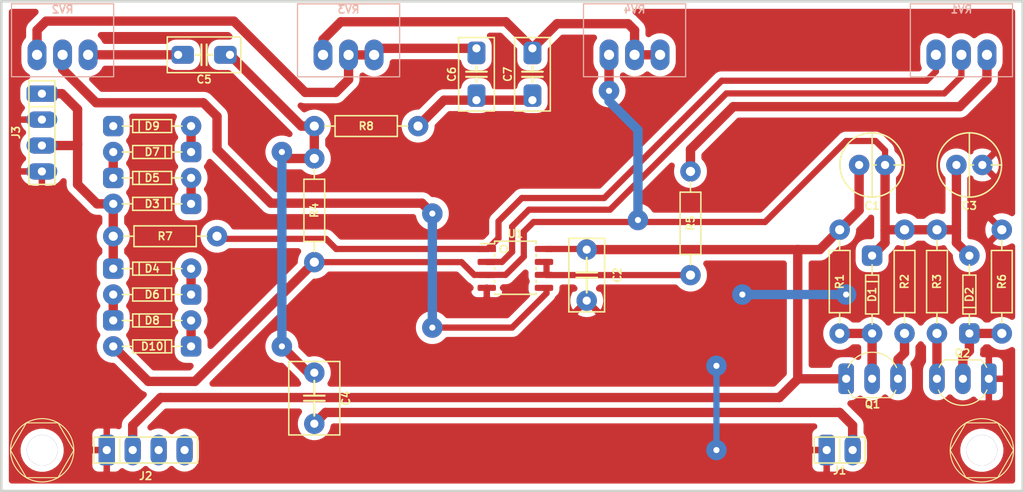
<source format=kicad_pcb>
(kicad_pcb (version 20171130) (host pcbnew "(5.1.12)-1")

  (general
    (thickness 1.6)
    (drawings 4)
    (tracks 161)
    (zones 0)
    (modules 37)
    (nets 26)
  )

  (page A4)
  (layers
    (0 F.Cu signal)
    (31 B.Cu signal)
    (32 B.Adhes user)
    (33 F.Adhes user)
    (34 B.Paste user)
    (35 F.Paste user)
    (36 B.SilkS user)
    (37 F.SilkS user)
    (38 B.Mask user)
    (39 F.Mask user)
    (40 Dwgs.User user)
    (41 Cmts.User user)
    (42 Eco1.User user)
    (43 Eco2.User user)
    (44 Edge.Cuts user)
    (45 Margin user)
    (46 B.CrtYd user)
    (47 F.CrtYd user)
    (48 B.Fab user)
    (49 F.Fab user)
  )

  (setup
    (last_trace_width 0.6096)
    (user_trace_width 0.9144)
    (trace_clearance 0.5334)
    (zone_clearance 0.6096)
    (zone_45_only no)
    (trace_min 0.2)
    (via_size 2)
    (via_drill 0.6)
    (via_min_size 0.4)
    (via_min_drill 0.3)
    (uvia_size 0.3)
    (uvia_drill 0.1)
    (uvias_allowed no)
    (uvia_min_size 0.2)
    (uvia_min_drill 0.1)
    (edge_width 0.05)
    (segment_width 0.2)
    (pcb_text_width 0.3)
    (pcb_text_size 1.5 1.5)
    (mod_edge_width 0.12)
    (mod_text_size 1 1)
    (mod_text_width 0.15)
    (pad_size 1.85 3)
    (pad_drill 1)
    (pad_to_mask_clearance 0)
    (aux_axis_origin 0 0)
    (visible_elements 7FFFFFFF)
    (pcbplotparams
      (layerselection 0x010fc_ffffffff)
      (usegerberextensions false)
      (usegerberattributes true)
      (usegerberadvancedattributes true)
      (creategerberjobfile true)
      (excludeedgelayer true)
      (linewidth 0.100000)
      (plotframeref false)
      (viasonmask false)
      (mode 1)
      (useauxorigin false)
      (hpglpennumber 1)
      (hpglpenspeed 20)
      (hpglpendiameter 15.000000)
      (psnegative false)
      (psa4output false)
      (plotreference true)
      (plotvalue true)
      (plotinvisibletext false)
      (padsonsilk false)
      (subtractmaskfromsilk false)
      (outputformat 1)
      (mirror false)
      (drillshape 1)
      (scaleselection 1)
      (outputdirectory ""))
  )

  (net 0 "")
  (net 1 +24V)
  (net 2 GND)
  (net 3 "Net-(RV1-Pad2)")
  (net 4 "Net-(C4-Pad2)")
  (net 5 "Net-(D1-Pad2)")
  (net 6 "Net-(D2-Pad1)")
  (net 7 "Net-(Q1-Pad3)")
  (net 8 "Net-(Q2-Pad3)")
  (net 9 "Net-(R5-Pad2)")
  (net 10 "Net-(C5-Pad2)")
  (net 11 "Net-(D3-Pad1)")
  (net 12 "Net-(D4-Pad2)")
  (net 13 "Net-(D5-Pad1)")
  (net 14 "Net-(D6-Pad2)")
  (net 15 "Net-(D7-Pad1)")
  (net 16 "Net-(D10-Pad1)")
  (net 17 /in)
  (net 18 /out)
  (net 19 /VGND)
  (net 20 "Net-(C6-Pad2)")
  (net 21 "Net-(C6-Pad1)")
  (net 22 "Net-(C7-Pad2)")
  (net 23 "Net-(R5-Pad1)")
  (net 24 "Net-(R7-Pad1)")
  (net 25 "Net-(RV2-Pad2)")

  (net_class Default "This is the default net class."
    (clearance 0.5334)
    (trace_width 0.6096)
    (via_dia 2)
    (via_drill 0.6)
    (uvia_dia 0.3)
    (uvia_drill 0.1)
    (add_net +24V)
    (add_net /VGND)
    (add_net /in)
    (add_net /out)
    (add_net GND)
    (add_net "Net-(C4-Pad2)")
    (add_net "Net-(C5-Pad2)")
    (add_net "Net-(C6-Pad1)")
    (add_net "Net-(C6-Pad2)")
    (add_net "Net-(C7-Pad2)")
    (add_net "Net-(D1-Pad2)")
    (add_net "Net-(D10-Pad1)")
    (add_net "Net-(D2-Pad1)")
    (add_net "Net-(D3-Pad1)")
    (add_net "Net-(D4-Pad2)")
    (add_net "Net-(D5-Pad1)")
    (add_net "Net-(D6-Pad2)")
    (add_net "Net-(D7-Pad1)")
    (add_net "Net-(Q1-Pad3)")
    (add_net "Net-(Q2-Pad3)")
    (add_net "Net-(R5-Pad1)")
    (add_net "Net-(R5-Pad2)")
    (add_net "Net-(R7-Pad1)")
    (add_net "Net-(RV1-Pad2)")
    (add_net "Net-(RV2-Pad2)")
  )

  (module myAmp:SOIC-8_3.9x4.9mm_P1.27mm (layer F.Cu) (tedit 61A38A99) (tstamp 61BC0F97)
    (at 100.33 76.177)
    (descr "SOIC, 8 Pin (JEDEC MS-012AA, https://www.analog.com/media/en/package-pcb-resources/package/pkg_pdf/soic_narrow-r/r_8.pdf), generated with kicad-footprint-generator ipc_gullwing_generator.py")
    (tags "SOIC SO")
    (path /61B3CFD6)
    (attr smd)
    (fp_text reference U1 (at 0 -3.4) (layer F.SilkS)
      (effects (font (size 0.75 0.75) (thickness 0.15)))
    )
    (fp_text value LM358 (at 0 0.635) (layer F.Fab)
      (effects (font (size 0.03 0.03) (thickness 0.0075)))
    )
    (fp_line (start 2.032 2.54) (end -2.032 2.54) (layer F.SilkS) (width 0.15))
    (fp_line (start -2.032 -2.667) (end 2.032 -2.667) (layer F.SilkS) (width 0.15))
    (fp_line (start -2.032 -2.413) (end -2.032 -2.667) (layer F.SilkS) (width 0.15))
    (fp_line (start -3.429 -2.413) (end -2.032 -2.413) (layer F.SilkS) (width 0.15))
    (fp_circle (center -1.143 -1.905) (end -0.889 -1.651) (layer F.SilkS) (width 0.15))
    (fp_line (start -2.032 -1.143) (end -2.032 -1.397) (layer F.SilkS) (width 0.15))
    (fp_line (start 2.032 -2.413) (end 2.032 -2.667) (layer F.SilkS) (width 0.15))
    (fp_line (start 2.032 -1.397) (end 2.032 -1.143) (layer F.SilkS) (width 0.15))
    (fp_line (start 2.032 -0.127) (end 2.032 0.127) (layer F.SilkS) (width 0.15))
    (fp_line (start 2.032 1.143) (end 2.032 1.397) (layer F.SilkS) (width 0.15))
    (fp_line (start -2.032 2.54) (end -2.032 2.413) (layer F.SilkS) (width 0.15))
    (fp_line (start 2.032 2.413) (end 2.032 2.54) (layer F.SilkS) (width 0.15))
    (fp_line (start -2.032 1.397) (end -2.032 1.143) (layer F.SilkS) (width 0.15))
    (fp_line (start -2.032 0.127) (end -2.032 -0.127) (layer F.SilkS) (width 0.15))
    (fp_text user %R (at 0 0) (layer F.Fab)
      (effects (font (size 0.03 0.03) (thickness 0.0075)))
    )
    (pad 1 smd rect (at -2.8 -1.905) (size 1.8 0.6) (layers F.Cu F.Paste F.Mask)
      (net 24 "Net-(R7-Pad1)"))
    (pad 2 smd roundrect (at -2.8 -0.635) (size 1.8 0.6) (layers F.Cu F.Paste F.Mask) (roundrect_rratio 0.25)
      (net 3 "Net-(RV1-Pad2)"))
    (pad 3 smd roundrect (at -2.8 0.635) (size 1.8 0.6) (layers F.Cu F.Paste F.Mask) (roundrect_rratio 0.25)
      (net 19 /VGND))
    (pad 4 smd roundrect (at -2.8 1.905) (size 1.8 0.6) (layers F.Cu F.Paste F.Mask) (roundrect_rratio 0.25)
      (net 2 GND))
    (pad 5 smd roundrect (at 2.8 1.905) (size 1.8 0.6) (layers F.Cu F.Paste F.Mask) (roundrect_rratio 0.25)
      (net 25 "Net-(RV2-Pad2)"))
    (pad 6 smd roundrect (at 2.8 0.635) (size 1.8 0.6) (layers F.Cu F.Paste F.Mask) (roundrect_rratio 0.25)
      (net 23 "Net-(R5-Pad1)"))
    (pad 7 smd roundrect (at 2.8 -0.635) (size 1.8 0.6) (layers F.Cu F.Paste F.Mask) (roundrect_rratio 0.25)
      (net 23 "Net-(R5-Pad1)"))
    (pad 8 smd roundrect (at 2.8 -1.905) (size 1.8 0.6) (layers F.Cu F.Paste F.Mask) (roundrect_rratio 0.25)
      (net 1 +24V))
    (model ${KIPRJMOD}/myAmp.pretty/models/SOIC-8_3.9x4.9mm_P1.27mm.step
      (at (xyz 0 0 0))
      (scale (xyz 1 1 1))
      (rotate (xyz 0 0 0))
    )
  )

  (module myAmp:BOURNS_PTD901_xx15K (layer B.Cu) (tedit 61BBA5ED) (tstamp 61BBB8DB)
    (at 84 55.254)
    (path /61C2F7C7)
    (fp_text reference RV3 (at 0 -4.445) (layer B.SilkS)
      (effects (font (size 0.75 0.75) (thickness 0.15)) (justify mirror))
    )
    (fp_text value A250K (at 0 0.5) (layer B.Fab)
      (effects (font (size 0.03 0.03) (thickness 0.0075)) (justify mirror))
    )
    (fp_line (start -5 -5) (end -5 2.1) (layer B.SilkS) (width 0.12))
    (fp_line (start 5 -5) (end -5 -5) (layer B.SilkS) (width 0.12))
    (fp_line (start 5 2.1) (end 5 -5) (layer B.SilkS) (width 0.12))
    (fp_line (start -5 2.15) (end 5 2.15) (layer B.SilkS) (width 0.12))
    (pad 3 thru_hole oval (at 2.5 0) (size 1.85 3) (drill 1) (layers *.Cu *.Mask)
      (net 20 "Net-(C6-Pad2)"))
    (pad 2 thru_hole oval (at 0 0) (size 1.85 3) (drill 1) (layers *.Cu *.Mask)
      (net 20 "Net-(C6-Pad2)"))
    (pad 1 thru_hole oval (at -2.5 0) (size 1.85 3) (drill 1) (layers *.Cu *.Mask)
      (net 22 "Net-(C7-Pad2)"))
    (model ${KIPRJMOD}/myAmp.pretty/models/ptd901-xx15k-xxxx.stp
      (offset (xyz 0 2 6.7))
      (scale (xyz 1 1 1))
      (rotate (xyz -90 0 90))
    )
  )

  (module myAmp:BOURNS_PTD901_xx15K (layer B.Cu) (tedit 61BBA5A3) (tstamp 61BBB8E6)
    (at 112 55.245)
    (path /61C300FC)
    (fp_text reference RV4 (at 0 -4.445) (layer B.SilkS)
      (effects (font (size 0.75 0.75) (thickness 0.15)) (justify mirror))
    )
    (fp_text value 10K (at 0 0.5) (layer B.Fab)
      (effects (font (size 0.03 0.03) (thickness 0.0075)) (justify mirror))
    )
    (fp_line (start -5 -5) (end -5 2.1) (layer B.SilkS) (width 0.12))
    (fp_line (start 5 -5) (end -5 -5) (layer B.SilkS) (width 0.12))
    (fp_line (start 5 2.1) (end 5 -5) (layer B.SilkS) (width 0.12))
    (fp_line (start -5 2.15) (end 5 2.15) (layer B.SilkS) (width 0.12))
    (pad 3 thru_hole oval (at 2.5 0) (size 1.85 3) (drill 1) (layers *.Cu *.Mask)
      (net 22 "Net-(C7-Pad2)"))
    (pad 2 thru_hole oval (at 0 0) (size 1.85 3) (drill 1) (layers *.Cu *.Mask)
      (net 22 "Net-(C7-Pad2)"))
    (pad 1 thru_hole oval (at -2.5 0) (size 1.85 3) (drill 1) (layers *.Cu *.Mask)
      (net 19 /VGND))
    (model ${KIPRJMOD}/myAmp.pretty/models/ptd901-xx15k-xxxx.stp
      (offset (xyz 0 2 6.7))
      (scale (xyz 1 1 1))
      (rotate (xyz -90 0 90))
    )
  )

  (module myAmp:BOURNS_PTD901_xx15K (layer B.Cu) (tedit 61BBA6D7) (tstamp 61BBB8D0)
    (at 56 55.245)
    (path /61C2ED9A)
    (fp_text reference RV2 (at 0 -4.445) (layer B.SilkS)
      (effects (font (size 0.75 0.75) (thickness 0.15)) (justify mirror))
    )
    (fp_text value A250K (at 0 0.5) (layer B.Fab)
      (effects (font (size 0.03 0.03) (thickness 0.0075)) (justify mirror))
    )
    (fp_line (start -5 -5) (end -5 2.1) (layer B.SilkS) (width 0.12))
    (fp_line (start 5 -5) (end -5 -5) (layer B.SilkS) (width 0.12))
    (fp_line (start 5 2.1) (end 5 -5) (layer B.SilkS) (width 0.12))
    (fp_line (start -5 2.15) (end 5 2.15) (layer B.SilkS) (width 0.12))
    (pad 3 thru_hole oval (at 2.5 0) (size 1.85 3) (drill 1) (layers *.Cu *.Mask)
      (net 10 "Net-(C5-Pad2)"))
    (pad 2 thru_hole oval (at 0 0) (size 1.85 3) (drill 1) (layers *.Cu *.Mask)
      (net 25 "Net-(RV2-Pad2)"))
    (pad 1 thru_hole oval (at -2.5 0) (size 1.85 3) (drill 1) (layers *.Cu *.Mask)
      (net 20 "Net-(C6-Pad2)"))
    (model ${KIPRJMOD}/myAmp.pretty/models/ptd901-xx15k-xxxx.stp
      (offset (xyz 0 2 6.7))
      (scale (xyz 1 1 1))
      (rotate (xyz -90 0 90))
    )
  )

  (module myAmp:C_5MM_1206 (layer F.Cu) (tedit 61A511FB) (tstamp 61BBA28F)
    (at 102 57.15 90)
    (path /61C52E5E)
    (fp_text reference C7 (at 0 -2.413 90) (layer F.SilkS)
      (effects (font (size 0.75 0.75) (thickness 0.15)))
    )
    (fp_text value 47nF (at -1.016 -0.254 90) (layer F.Fab) hide
      (effects (font (size 0.127 0.127) (thickness 0.001)))
    )
    (fp_line (start -0.254 0) (end -0.8 0) (layer F.SilkS) (width 0.2))
    (fp_line (start 0.254 0) (end 0.8 0) (layer F.SilkS) (width 0.2))
    (fp_line (start 0.254 -1.016) (end 0.254 1.016) (layer F.SilkS) (width 0.2))
    (fp_line (start -0.254 -1.016) (end -0.254 1.016) (layer F.SilkS) (width 0.2))
    (fp_line (start -3.6 -1.75) (end -3.6 1.75) (layer F.SilkS) (width 0.15))
    (fp_line (start -3.6 1.75) (end 3.6 1.75) (layer F.SilkS) (width 0.15))
    (fp_line (start 3.6 1.75) (end 3.6 -1.75) (layer F.SilkS) (width 0.15))
    (fp_line (start -3.6 -1.75) (end 3.6 -1.75) (layer F.SilkS) (width 0.15))
    (pad 2 thru_hole roundrect (at 2.54 0 90) (size 2.2 1.75) (drill 0.8 (offset -0.45 0)) (layers *.Cu *.Mask) (roundrect_rratio 0.25)
      (net 22 "Net-(C7-Pad2)"))
    (pad 1 thru_hole roundrect (at -2.54 0 90) (size 2.2 1.75) (drill 0.8 (offset 0.45 0)) (layers *.Cu *.Mask) (roundrect_rratio 0.25)
      (net 21 "Net-(C6-Pad1)"))
    (model ${KIPRJMOD}/myAmp.pretty/models/C_Disc_D5.1mm_W3.2mm_P5.00mm.step
      (offset (xyz -2.5 0 0))
      (scale (xyz 1 1 1))
      (rotate (xyz 0 0 0))
    )
  )

  (module myAmp:C_5MM_1206 (layer F.Cu) (tedit 61A511FB) (tstamp 61BBA281)
    (at 96.52 57.15 90)
    (path /61C52359)
    (fp_text reference C6 (at 0 -2.413 90) (layer F.SilkS)
      (effects (font (size 0.75 0.75) (thickness 0.15)))
    )
    (fp_text value 100nF (at -1.016 -0.254 90) (layer F.Fab) hide
      (effects (font (size 0.127 0.127) (thickness 0.001)))
    )
    (fp_line (start -0.254 0) (end -0.8 0) (layer F.SilkS) (width 0.2))
    (fp_line (start 0.254 0) (end 0.8 0) (layer F.SilkS) (width 0.2))
    (fp_line (start 0.254 -1.016) (end 0.254 1.016) (layer F.SilkS) (width 0.2))
    (fp_line (start -0.254 -1.016) (end -0.254 1.016) (layer F.SilkS) (width 0.2))
    (fp_line (start -3.6 -1.75) (end -3.6 1.75) (layer F.SilkS) (width 0.15))
    (fp_line (start -3.6 1.75) (end 3.6 1.75) (layer F.SilkS) (width 0.15))
    (fp_line (start 3.6 1.75) (end 3.6 -1.75) (layer F.SilkS) (width 0.15))
    (fp_line (start -3.6 -1.75) (end 3.6 -1.75) (layer F.SilkS) (width 0.15))
    (pad 2 thru_hole roundrect (at 2.54 0 90) (size 2.2 1.75) (drill 0.8 (offset -0.45 0)) (layers *.Cu *.Mask) (roundrect_rratio 0.25)
      (net 20 "Net-(C6-Pad2)"))
    (pad 1 thru_hole roundrect (at -2.54 0 90) (size 2.2 1.75) (drill 0.8 (offset 0.45 0)) (layers *.Cu *.Mask) (roundrect_rratio 0.25)
      (net 21 "Net-(C6-Pad1)"))
    (model ${KIPRJMOD}/myAmp.pretty/models/C_Disc_D5.1mm_W3.2mm_P5.00mm.step
      (offset (xyz -2.5 0 0))
      (scale (xyz 1 1 1))
      (rotate (xyz 0 0 0))
    )
  )

  (module myAmp:C_5MM_1206 (layer F.Cu) (tedit 61A511FB) (tstamp 61B201C7)
    (at 69.85 55.245 180)
    (path /61C307C0)
    (fp_text reference C5 (at 0 -2.413) (layer F.SilkS)
      (effects (font (size 0.75 0.75) (thickness 0.15)))
    )
    (fp_text value 250pF (at -1.016 -0.254) (layer F.Fab) hide
      (effects (font (size 0.127 0.127) (thickness 0.001)))
    )
    (fp_line (start -0.254 0) (end -0.8 0) (layer F.SilkS) (width 0.2))
    (fp_line (start 0.254 0) (end 0.8 0) (layer F.SilkS) (width 0.2))
    (fp_line (start 0.254 -1.016) (end 0.254 1.016) (layer F.SilkS) (width 0.2))
    (fp_line (start -0.254 -1.016) (end -0.254 1.016) (layer F.SilkS) (width 0.2))
    (fp_line (start -3.6 -1.75) (end -3.6 1.75) (layer F.SilkS) (width 0.15))
    (fp_line (start -3.6 1.75) (end 3.6 1.75) (layer F.SilkS) (width 0.15))
    (fp_line (start 3.6 1.75) (end 3.6 -1.75) (layer F.SilkS) (width 0.15))
    (fp_line (start -3.6 -1.75) (end 3.6 -1.75) (layer F.SilkS) (width 0.15))
    (pad 2 thru_hole roundrect (at 2.54 0 180) (size 2.2 1.75) (drill 0.8 (offset -0.45 0)) (layers *.Cu *.Mask) (roundrect_rratio 0.25)
      (net 10 "Net-(C5-Pad2)"))
    (pad 1 thru_hole roundrect (at -2.54 0 180) (size 2.2 1.75) (drill 0.8 (offset 0.45 0)) (layers *.Cu *.Mask) (roundrect_rratio 0.25)
      (net 4 "Net-(C4-Pad2)"))
    (model ${KIPRJMOD}/myAmp.pretty/models/C_Disc_D5.1mm_W3.2mm_P5.00mm.step
      (offset (xyz -2.5 0 0))
      (scale (xyz 1 1 1))
      (rotate (xyz 0 0 0))
    )
  )

  (module myAmp:C_FILM_L7.2mm_W3.5mm_P5.00mm (layer F.Cu) (tedit 61A90B15) (tstamp 61B25E4B)
    (at 107.315 76.835 90)
    (path /5F0669ED)
    (fp_text reference C2 (at 0 3 90) (layer F.SilkS)
      (effects (font (size 0.75 0.75) (thickness 0.15)))
    )
    (fp_text value 100nF (at -1.016 -0.254 90) (layer F.Fab) hide
      (effects (font (size 0.0254 0.0254) (thickness 0.001)))
    )
    (fp_line (start 3.6 -1.75) (end -3.6 -1.75) (layer F.SilkS) (width 0.15))
    (fp_line (start 3.6 1.75) (end 3.6 -1.75) (layer F.SilkS) (width 0.15))
    (fp_line (start -3.6 1.75) (end 3.6 1.75) (layer F.SilkS) (width 0.15))
    (fp_line (start -3.6 -1.75) (end -3.6 1.75) (layer F.SilkS) (width 0.15))
    (fp_line (start -0.254 0) (end -1.7145 0) (layer F.SilkS) (width 0.2))
    (fp_line (start 0.254 0) (end 1.7145 0) (layer F.SilkS) (width 0.2))
    (fp_line (start 0.254 -1.016) (end 0.254 1.016) (layer F.SilkS) (width 0.2))
    (fp_line (start -0.254 -1.016) (end -0.254 1.016) (layer F.SilkS) (width 0.2))
    (pad 2 thru_hole circle (at 2.5 0 90) (size 2 2) (drill 0.8) (layers *.Cu *.Mask)
      (net 1 +24V))
    (pad 1 thru_hole circle (at -2.5 0 90) (size 2 2) (drill 0.8) (layers *.Cu *.Mask)
      (net 2 GND))
    (model ${KIPRJMOD}/myAmp.pretty/models/C_Rect_L7.2mm_W3.5mm_P5.00mm_FKS2_FKP2_MKS2_MKP2.step
      (offset (xyz -2.5 0 0))
      (scale (xyz 1 1 1))
      (rotate (xyz 0 0 0))
    )
  )

  (module myAmp:R_10MM (layer F.Cu) (tedit 61A37DE1) (tstamp 61B203C3)
    (at 85.725 62.23 180)
    (path /61C471AE)
    (fp_text reference R8 (at 0 0) (layer F.SilkS)
      (effects (font (size 0.75 0.75) (thickness 0.15)))
    )
    (fp_text value 100k (at -2.286 0) (layer F.Fab) hide
      (effects (font (size 0.127 0.127) (thickness 0.001)))
    )
    (fp_line (start 3.048 0) (end 4.064 0) (layer F.SilkS) (width 0.15))
    (fp_line (start -3.048 0) (end -4.064 0) (layer F.SilkS) (width 0.15))
    (fp_line (start -3.048 -1.016) (end 3.048 -1.016) (layer F.SilkS) (width 0.15))
    (fp_line (start -3.048 1.016) (end 3.048 1.016) (layer F.SilkS) (width 0.15))
    (fp_line (start 3.048 -1.016) (end 3.048 1.016) (layer F.SilkS) (width 0.15))
    (fp_line (start -3.048 -1.016) (end -3.048 1.016) (layer F.SilkS) (width 0.15))
    (pad 2 thru_hole circle (at 5.08 0 180) (size 2 2) (drill 0.9) (layers *.Cu *.Mask)
      (net 4 "Net-(C4-Pad2)"))
    (pad 1 thru_hole circle (at -5.08 0 180) (size 2 2) (drill 0.9) (layers *.Cu *.Mask)
      (net 21 "Net-(C6-Pad1)"))
    (model ${KIPRJMOD}/myAmp.pretty/models/R_Axial_DIN0207_L6.3mm_D2.5mm_P10.16mm_Horizontal.step
      (offset (xyz -5.08 0 0))
      (scale (xyz 1 1 1))
      (rotate (xyz 0 0 0))
    )
  )

  (module myAmp:R_10MM (layer F.Cu) (tedit 61A37DE1) (tstamp 61B203B7)
    (at 66.04 73.025 180)
    (path /61B8CD59)
    (fp_text reference R7 (at 0 0) (layer F.SilkS)
      (effects (font (size 0.75 0.75) (thickness 0.15)))
    )
    (fp_text value 47 (at -2.286 0) (layer F.Fab) hide
      (effects (font (size 0.127 0.127) (thickness 0.001)))
    )
    (fp_line (start 3.048 0) (end 4.064 0) (layer F.SilkS) (width 0.15))
    (fp_line (start -3.048 0) (end -4.064 0) (layer F.SilkS) (width 0.15))
    (fp_line (start -3.048 -1.016) (end 3.048 -1.016) (layer F.SilkS) (width 0.15))
    (fp_line (start -3.048 1.016) (end 3.048 1.016) (layer F.SilkS) (width 0.15))
    (fp_line (start 3.048 -1.016) (end 3.048 1.016) (layer F.SilkS) (width 0.15))
    (fp_line (start -3.048 -1.016) (end -3.048 1.016) (layer F.SilkS) (width 0.15))
    (pad 2 thru_hole circle (at 5.08 0 180) (size 2 2) (drill 0.9) (layers *.Cu *.Mask)
      (net 18 /out))
    (pad 1 thru_hole circle (at -5.08 0 180) (size 2 2) (drill 0.9) (layers *.Cu *.Mask)
      (net 24 "Net-(R7-Pad1)"))
    (model ${KIPRJMOD}/myAmp.pretty/models/R_Axial_DIN0207_L6.3mm_D2.5mm_P10.16mm_Horizontal.step
      (offset (xyz -5.08 0 0))
      (scale (xyz 1 1 1))
      (rotate (xyz 0 0 0))
    )
  )

  (module myAmp:DO35 (layer F.Cu) (tedit 5ED39A4E) (tstamp 61B2025F)
    (at 64.77 83.82 180)
    (path /61B9E69A)
    (fp_text reference D10 (at 0 0) (layer F.SilkS)
      (effects (font (size 0.75 0.75) (thickness 0.15)))
    )
    (fp_text value 1N4148 (at 1.27 0) (layer Dwgs.User)
      (effects (font (size 0.03 0.03) (thickness 0.0075)))
    )
    (fp_line (start 1.905 0) (end 2.921 0) (layer F.SilkS) (width 0.15))
    (fp_line (start -1.905 0) (end -2.921 0) (layer F.SilkS) (width 0.15))
    (fp_line (start -1.27 -0.635) (end -1.27 0.635) (layer F.SilkS) (width 0.15))
    (fp_line (start -1.905 0.635) (end 1.905 0.635) (layer F.SilkS) (width 0.15))
    (fp_line (start -1.905 -0.635) (end -1.905 0.635) (layer F.SilkS) (width 0.15))
    (fp_line (start 1.905 -0.635) (end -1.905 -0.635) (layer F.SilkS) (width 0.15))
    (fp_line (start 1.905 0.635) (end 1.905 -0.635) (layer F.SilkS) (width 0.15))
    (pad 2 thru_hole circle (at 3.81 0 180) (size 2 2) (drill 0.8) (layers *.Cu *.Mask)
      (net 19 /VGND))
    (pad 1 thru_hole roundrect (at -3.81 0 180) (size 2 2) (drill 0.8) (layers *.Cu *.Mask) (roundrect_rratio 0.25)
      (net 16 "Net-(D10-Pad1)"))
    (model ${KIPRJMOD}/myAmp.pretty/models/D_DO-35_SOD27_P7.62mm_Horizontal.wrl
      (offset (xyz -3.81 0 0))
      (scale (xyz 1 1 1))
      (rotate (xyz 0 0 0))
    )
  )

  (module myAmp:DO35 (layer F.Cu) (tedit 5ED39A4E) (tstamp 61B20252)
    (at 64.77 62.23)
    (path /61B97FF0)
    (fp_text reference D9 (at 0 0) (layer F.SilkS)
      (effects (font (size 0.75 0.75) (thickness 0.15)))
    )
    (fp_text value 1N4148 (at 1.27 0) (layer Dwgs.User)
      (effects (font (size 0.03 0.03) (thickness 0.0075)))
    )
    (fp_line (start 1.905 0) (end 2.921 0) (layer F.SilkS) (width 0.15))
    (fp_line (start -1.905 0) (end -2.921 0) (layer F.SilkS) (width 0.15))
    (fp_line (start -1.27 -0.635) (end -1.27 0.635) (layer F.SilkS) (width 0.15))
    (fp_line (start -1.905 0.635) (end 1.905 0.635) (layer F.SilkS) (width 0.15))
    (fp_line (start -1.905 -0.635) (end -1.905 0.635) (layer F.SilkS) (width 0.15))
    (fp_line (start 1.905 -0.635) (end -1.905 -0.635) (layer F.SilkS) (width 0.15))
    (fp_line (start 1.905 0.635) (end 1.905 -0.635) (layer F.SilkS) (width 0.15))
    (pad 2 thru_hole circle (at 3.81 0) (size 2 2) (drill 0.8) (layers *.Cu *.Mask)
      (net 15 "Net-(D7-Pad1)"))
    (pad 1 thru_hole roundrect (at -3.81 0) (size 2 2) (drill 0.8) (layers *.Cu *.Mask) (roundrect_rratio 0.25)
      (net 19 /VGND))
    (model ${KIPRJMOD}/myAmp.pretty/models/D_DO-35_SOD27_P7.62mm_Horizontal.wrl
      (offset (xyz -3.81 0 0))
      (scale (xyz 1 1 1))
      (rotate (xyz 0 0 0))
    )
  )

  (module myAmp:DO35 (layer F.Cu) (tedit 5ED39A4E) (tstamp 61B20245)
    (at 64.77 81.28)
    (path /61B9E6A0)
    (fp_text reference D8 (at 0 0) (layer F.SilkS)
      (effects (font (size 0.75 0.75) (thickness 0.15)))
    )
    (fp_text value 1N4148 (at 1.27 0) (layer Dwgs.User)
      (effects (font (size 0.03 0.03) (thickness 0.0075)))
    )
    (fp_line (start 1.905 0) (end 2.921 0) (layer F.SilkS) (width 0.15))
    (fp_line (start -1.905 0) (end -2.921 0) (layer F.SilkS) (width 0.15))
    (fp_line (start -1.27 -0.635) (end -1.27 0.635) (layer F.SilkS) (width 0.15))
    (fp_line (start -1.905 0.635) (end 1.905 0.635) (layer F.SilkS) (width 0.15))
    (fp_line (start -1.905 -0.635) (end -1.905 0.635) (layer F.SilkS) (width 0.15))
    (fp_line (start 1.905 -0.635) (end -1.905 -0.635) (layer F.SilkS) (width 0.15))
    (fp_line (start 1.905 0.635) (end 1.905 -0.635) (layer F.SilkS) (width 0.15))
    (pad 2 thru_hole circle (at 3.81 0) (size 2 2) (drill 0.8) (layers *.Cu *.Mask)
      (net 16 "Net-(D10-Pad1)"))
    (pad 1 thru_hole roundrect (at -3.81 0) (size 2 2) (drill 0.8) (layers *.Cu *.Mask) (roundrect_rratio 0.25)
      (net 14 "Net-(D6-Pad2)"))
    (model ${KIPRJMOD}/myAmp.pretty/models/D_DO-35_SOD27_P7.62mm_Horizontal.wrl
      (offset (xyz -3.81 0 0))
      (scale (xyz 1 1 1))
      (rotate (xyz 0 0 0))
    )
  )

  (module myAmp:DO35 (layer F.Cu) (tedit 5ED39A4E) (tstamp 61B20238)
    (at 64.77 64.77 180)
    (path /61B97B35)
    (fp_text reference D7 (at 0 0) (layer F.SilkS)
      (effects (font (size 0.75 0.75) (thickness 0.15)))
    )
    (fp_text value 1N4148 (at 1.27 0) (layer Dwgs.User)
      (effects (font (size 0.03 0.03) (thickness 0.0075)))
    )
    (fp_line (start 1.905 0) (end 2.921 0) (layer F.SilkS) (width 0.15))
    (fp_line (start -1.905 0) (end -2.921 0) (layer F.SilkS) (width 0.15))
    (fp_line (start -1.27 -0.635) (end -1.27 0.635) (layer F.SilkS) (width 0.15))
    (fp_line (start -1.905 0.635) (end 1.905 0.635) (layer F.SilkS) (width 0.15))
    (fp_line (start -1.905 -0.635) (end -1.905 0.635) (layer F.SilkS) (width 0.15))
    (fp_line (start 1.905 -0.635) (end -1.905 -0.635) (layer F.SilkS) (width 0.15))
    (fp_line (start 1.905 0.635) (end 1.905 -0.635) (layer F.SilkS) (width 0.15))
    (pad 2 thru_hole circle (at 3.81 0 180) (size 2 2) (drill 0.8) (layers *.Cu *.Mask)
      (net 13 "Net-(D5-Pad1)"))
    (pad 1 thru_hole roundrect (at -3.81 0 180) (size 2 2) (drill 0.8) (layers *.Cu *.Mask) (roundrect_rratio 0.25)
      (net 15 "Net-(D7-Pad1)"))
    (model ${KIPRJMOD}/myAmp.pretty/models/D_DO-35_SOD27_P7.62mm_Horizontal.wrl
      (offset (xyz -3.81 0 0))
      (scale (xyz 1 1 1))
      (rotate (xyz 0 0 0))
    )
  )

  (module myAmp:DO35 (layer F.Cu) (tedit 5ED39A4E) (tstamp 61B2022B)
    (at 64.77 78.74 180)
    (path /61B9E6A6)
    (fp_text reference D6 (at 0 0) (layer F.SilkS)
      (effects (font (size 0.75 0.75) (thickness 0.15)))
    )
    (fp_text value 1N4148 (at 1.27 0) (layer Dwgs.User)
      (effects (font (size 0.03 0.03) (thickness 0.0075)))
    )
    (fp_line (start 1.905 0) (end 2.921 0) (layer F.SilkS) (width 0.15))
    (fp_line (start -1.905 0) (end -2.921 0) (layer F.SilkS) (width 0.15))
    (fp_line (start -1.27 -0.635) (end -1.27 0.635) (layer F.SilkS) (width 0.15))
    (fp_line (start -1.905 0.635) (end 1.905 0.635) (layer F.SilkS) (width 0.15))
    (fp_line (start -1.905 -0.635) (end -1.905 0.635) (layer F.SilkS) (width 0.15))
    (fp_line (start 1.905 -0.635) (end -1.905 -0.635) (layer F.SilkS) (width 0.15))
    (fp_line (start 1.905 0.635) (end 1.905 -0.635) (layer F.SilkS) (width 0.15))
    (pad 2 thru_hole circle (at 3.81 0 180) (size 2 2) (drill 0.8) (layers *.Cu *.Mask)
      (net 14 "Net-(D6-Pad2)"))
    (pad 1 thru_hole roundrect (at -3.81 0 180) (size 2 2) (drill 0.8) (layers *.Cu *.Mask) (roundrect_rratio 0.25)
      (net 12 "Net-(D4-Pad2)"))
    (model ${KIPRJMOD}/myAmp.pretty/models/D_DO-35_SOD27_P7.62mm_Horizontal.wrl
      (offset (xyz -3.81 0 0))
      (scale (xyz 1 1 1))
      (rotate (xyz 0 0 0))
    )
  )

  (module myAmp:DO35 (layer F.Cu) (tedit 5ED39A4E) (tstamp 61B2021E)
    (at 64.77 67.31)
    (path /61B9787A)
    (fp_text reference D5 (at 0 0) (layer F.SilkS)
      (effects (font (size 0.75 0.75) (thickness 0.15)))
    )
    (fp_text value 1N4148 (at 1.27 0) (layer Dwgs.User)
      (effects (font (size 0.03 0.03) (thickness 0.0075)))
    )
    (fp_line (start 1.905 0) (end 2.921 0) (layer F.SilkS) (width 0.15))
    (fp_line (start -1.905 0) (end -2.921 0) (layer F.SilkS) (width 0.15))
    (fp_line (start -1.27 -0.635) (end -1.27 0.635) (layer F.SilkS) (width 0.15))
    (fp_line (start -1.905 0.635) (end 1.905 0.635) (layer F.SilkS) (width 0.15))
    (fp_line (start -1.905 -0.635) (end -1.905 0.635) (layer F.SilkS) (width 0.15))
    (fp_line (start 1.905 -0.635) (end -1.905 -0.635) (layer F.SilkS) (width 0.15))
    (fp_line (start 1.905 0.635) (end 1.905 -0.635) (layer F.SilkS) (width 0.15))
    (pad 2 thru_hole circle (at 3.81 0) (size 2 2) (drill 0.8) (layers *.Cu *.Mask)
      (net 11 "Net-(D3-Pad1)"))
    (pad 1 thru_hole roundrect (at -3.81 0) (size 2 2) (drill 0.8) (layers *.Cu *.Mask) (roundrect_rratio 0.25)
      (net 13 "Net-(D5-Pad1)"))
    (model ${KIPRJMOD}/myAmp.pretty/models/D_DO-35_SOD27_P7.62mm_Horizontal.wrl
      (offset (xyz -3.81 0 0))
      (scale (xyz 1 1 1))
      (rotate (xyz 0 0 0))
    )
  )

  (module myAmp:DO35 (layer F.Cu) (tedit 5ED39A4E) (tstamp 61B20211)
    (at 64.77 76.2)
    (path /61B9E6AC)
    (fp_text reference D4 (at 0 0) (layer F.SilkS)
      (effects (font (size 0.75 0.75) (thickness 0.15)))
    )
    (fp_text value 1N4148 (at 1.27 0) (layer Dwgs.User)
      (effects (font (size 0.03 0.03) (thickness 0.0075)))
    )
    (fp_line (start 1.905 0) (end 2.921 0) (layer F.SilkS) (width 0.15))
    (fp_line (start -1.905 0) (end -2.921 0) (layer F.SilkS) (width 0.15))
    (fp_line (start -1.27 -0.635) (end -1.27 0.635) (layer F.SilkS) (width 0.15))
    (fp_line (start -1.905 0.635) (end 1.905 0.635) (layer F.SilkS) (width 0.15))
    (fp_line (start -1.905 -0.635) (end -1.905 0.635) (layer F.SilkS) (width 0.15))
    (fp_line (start 1.905 -0.635) (end -1.905 -0.635) (layer F.SilkS) (width 0.15))
    (fp_line (start 1.905 0.635) (end 1.905 -0.635) (layer F.SilkS) (width 0.15))
    (pad 2 thru_hole circle (at 3.81 0) (size 2 2) (drill 0.8) (layers *.Cu *.Mask)
      (net 12 "Net-(D4-Pad2)"))
    (pad 1 thru_hole roundrect (at -3.81 0) (size 2 2) (drill 0.8) (layers *.Cu *.Mask) (roundrect_rratio 0.25)
      (net 18 /out))
    (model ${KIPRJMOD}/myAmp.pretty/models/D_DO-35_SOD27_P7.62mm_Horizontal.wrl
      (offset (xyz -3.81 0 0))
      (scale (xyz 1 1 1))
      (rotate (xyz 0 0 0))
    )
  )

  (module myAmp:DO35 (layer F.Cu) (tedit 5ED39A4E) (tstamp 61B20204)
    (at 64.77 69.85 180)
    (path /61B971C0)
    (fp_text reference D3 (at 0 0) (layer F.SilkS)
      (effects (font (size 0.75 0.75) (thickness 0.15)))
    )
    (fp_text value 1N4148 (at 1.27 0) (layer Dwgs.User)
      (effects (font (size 0.03 0.03) (thickness 0.0075)))
    )
    (fp_line (start 1.905 0) (end 2.921 0) (layer F.SilkS) (width 0.15))
    (fp_line (start -1.905 0) (end -2.921 0) (layer F.SilkS) (width 0.15))
    (fp_line (start -1.27 -0.635) (end -1.27 0.635) (layer F.SilkS) (width 0.15))
    (fp_line (start -1.905 0.635) (end 1.905 0.635) (layer F.SilkS) (width 0.15))
    (fp_line (start -1.905 -0.635) (end -1.905 0.635) (layer F.SilkS) (width 0.15))
    (fp_line (start 1.905 -0.635) (end -1.905 -0.635) (layer F.SilkS) (width 0.15))
    (fp_line (start 1.905 0.635) (end 1.905 -0.635) (layer F.SilkS) (width 0.15))
    (pad 2 thru_hole circle (at 3.81 0 180) (size 2 2) (drill 0.8) (layers *.Cu *.Mask)
      (net 18 /out))
    (pad 1 thru_hole roundrect (at -3.81 0 180) (size 2 2) (drill 0.8) (layers *.Cu *.Mask) (roundrect_rratio 0.25)
      (net 11 "Net-(D3-Pad1)"))
    (model ${KIPRJMOD}/myAmp.pretty/models/D_DO-35_SOD27_P7.62mm_Horizontal.wrl
      (offset (xyz -3.81 0 0))
      (scale (xyz 1 1 1))
      (rotate (xyz 0 0 0))
    )
  )

  (module myAmp:BOURNS_PTD901_xx15K (layer B.Cu) (tedit 61B1F8BC) (tstamp 61B1FC0D)
    (at 144 55.245)
    (path /5F066A60)
    (fp_text reference RV1 (at 0 -4.445) (layer B.SilkS)
      (effects (font (size 0.75 0.75) (thickness 0.15)) (justify mirror))
    )
    (fp_text value 50K (at 0 0.5) (layer B.Fab)
      (effects (font (size 0.03 0.03) (thickness 0.0075)) (justify mirror))
    )
    (fp_line (start -5 2.15) (end 5 2.15) (layer B.SilkS) (width 0.12))
    (fp_line (start 5 2.1) (end 5 -5) (layer B.SilkS) (width 0.12))
    (fp_line (start 5 -5) (end -5 -5) (layer B.SilkS) (width 0.12))
    (fp_line (start -5 -5) (end -5 2.1) (layer B.SilkS) (width 0.12))
    (pad 3 thru_hole oval (at 2.5 0) (size 1.85 3) (drill 1) (layers *.Cu *.Mask)
      (net 9 "Net-(R5-Pad2)"))
    (pad 2 thru_hole oval (at 0 0) (size 1.85 3) (drill 1) (layers *.Cu *.Mask)
      (net 3 "Net-(RV1-Pad2)"))
    (pad 1 thru_hole oval (at -2.5 0) (size 1.85 3) (drill 1) (layers *.Cu *.Mask)
      (net 24 "Net-(R7-Pad1)"))
    (model ${KIPRJMOD}/myAmp.pretty/models/ptd901-xx15k-xxxx.stp
      (offset (xyz 0 2 6.7))
      (scale (xyz 1 1 1))
      (rotate (xyz -90 0 90))
    )
  )

  (module myAmp:R_10MM (layer F.Cu) (tedit 61A37DE1) (tstamp 61B1FC02)
    (at 147.955 77.47 270)
    (path /5F1BF5CD)
    (fp_text reference R6 (at 0 0 90) (layer F.SilkS)
      (effects (font (size 0.75 0.75) (thickness 0.15)))
    )
    (fp_text value 4K7 (at -2.286 0 90) (layer F.Fab) hide
      (effects (font (size 0.127 0.127) (thickness 0.001)))
    )
    (fp_line (start 3.048 0) (end 4.064 0) (layer F.SilkS) (width 0.15))
    (fp_line (start -3.048 0) (end -4.064 0) (layer F.SilkS) (width 0.15))
    (fp_line (start -3.048 -1.016) (end 3.048 -1.016) (layer F.SilkS) (width 0.15))
    (fp_line (start -3.048 1.016) (end 3.048 1.016) (layer F.SilkS) (width 0.15))
    (fp_line (start 3.048 -1.016) (end 3.048 1.016) (layer F.SilkS) (width 0.15))
    (fp_line (start -3.048 -1.016) (end -3.048 1.016) (layer F.SilkS) (width 0.15))
    (pad 2 thru_hole circle (at 5.08 0 270) (size 2 2) (drill 0.9) (layers *.Cu *.Mask)
      (net 6 "Net-(D2-Pad1)"))
    (pad 1 thru_hole circle (at -5.08 0 270) (size 2 2) (drill 0.9) (layers *.Cu *.Mask)
      (net 2 GND))
    (model ${KIPRJMOD}/myAmp.pretty/models/R_Axial_DIN0207_L6.3mm_D2.5mm_P10.16mm_Horizontal.step
      (offset (xyz -5.08 0 0))
      (scale (xyz 1 1 1))
      (rotate (xyz 0 0 0))
    )
  )

  (module myAmp:R_10MM (layer F.Cu) (tedit 61B1F90E) (tstamp 61B1FBF6)
    (at 117.475 71.755 90)
    (path /61B16417)
    (fp_text reference R5 (at 0 0 90) (layer F.SilkS)
      (effects (font (size 0.75 0.75) (thickness 0.15)))
    )
    (fp_text value 10k (at -2.286 0 90) (layer F.Fab) hide
      (effects (font (size 0.127 0.127) (thickness 0.001)))
    )
    (fp_line (start 3.048 0) (end 4.064 0) (layer F.SilkS) (width 0.15))
    (fp_line (start -3.048 0) (end -4.064 0) (layer F.SilkS) (width 0.15))
    (fp_line (start -3.048 -1.016) (end 3.048 -1.016) (layer F.SilkS) (width 0.15))
    (fp_line (start -3.048 1.016) (end 3.048 1.016) (layer F.SilkS) (width 0.15))
    (fp_line (start 3.048 -1.016) (end 3.048 1.016) (layer F.SilkS) (width 0.15))
    (fp_line (start -3.048 -1.016) (end -3.048 1.016) (layer F.SilkS) (width 0.15))
    (pad 2 thru_hole circle (at 5.08 0 90) (size 2 2) (drill 0.9) (layers *.Cu *.Mask)
      (net 9 "Net-(R5-Pad2)"))
    (pad 1 thru_hole circle (at -5.08 0 90) (size 2 2) (drill 0.9) (layers *.Cu *.Mask)
      (net 23 "Net-(R5-Pad1)"))
    (model ${KIPRJMOD}/myAmp.pretty/models/R_Axial_DIN0207_L6.3mm_D2.5mm_P10.16mm_Horizontal.step
      (offset (xyz -5.08 0 0))
      (scale (xyz 1 1 1))
      (rotate (xyz 0 0 0))
    )
  )

  (module myAmp:R_10MM (layer F.Cu) (tedit 61A37DE1) (tstamp 61BC099F)
    (at 80.645 70.485 90)
    (path /61C9B874)
    (fp_text reference R4 (at 0 0 90) (layer F.SilkS)
      (effects (font (size 0.75 0.75) (thickness 0.15)))
    )
    (fp_text value 1M (at -2.286 0 90) (layer F.Fab) hide
      (effects (font (size 0.127 0.127) (thickness 0.001)))
    )
    (fp_line (start 3.048 0) (end 4.064 0) (layer F.SilkS) (width 0.15))
    (fp_line (start -3.048 0) (end -4.064 0) (layer F.SilkS) (width 0.15))
    (fp_line (start -3.048 -1.016) (end 3.048 -1.016) (layer F.SilkS) (width 0.15))
    (fp_line (start -3.048 1.016) (end 3.048 1.016) (layer F.SilkS) (width 0.15))
    (fp_line (start 3.048 -1.016) (end 3.048 1.016) (layer F.SilkS) (width 0.15))
    (fp_line (start -3.048 -1.016) (end -3.048 1.016) (layer F.SilkS) (width 0.15))
    (pad 2 thru_hole circle (at 5.08 0 90) (size 2 2) (drill 0.9) (layers *.Cu *.Mask)
      (net 4 "Net-(C4-Pad2)"))
    (pad 1 thru_hole circle (at -5.08 0 90) (size 2 2) (drill 0.9) (layers *.Cu *.Mask)
      (net 19 /VGND))
    (model ${KIPRJMOD}/myAmp.pretty/models/R_Axial_DIN0207_L6.3mm_D2.5mm_P10.16mm_Horizontal.step
      (offset (xyz -5.08 0 0))
      (scale (xyz 1 1 1))
      (rotate (xyz 0 0 0))
    )
  )

  (module myAmp:R_10MM (layer F.Cu) (tedit 61A37DE1) (tstamp 61B1FBDE)
    (at 141.605 77.47 90)
    (path /5F1BF5B0)
    (fp_text reference R3 (at 0 0 90) (layer F.SilkS)
      (effects (font (size 0.75 0.75) (thickness 0.15)))
    )
    (fp_text value 10 (at -2.286 0 90) (layer F.Fab) hide
      (effects (font (size 0.127 0.127) (thickness 0.001)))
    )
    (fp_line (start 3.048 0) (end 4.064 0) (layer F.SilkS) (width 0.15))
    (fp_line (start -3.048 0) (end -4.064 0) (layer F.SilkS) (width 0.15))
    (fp_line (start -3.048 -1.016) (end 3.048 -1.016) (layer F.SilkS) (width 0.15))
    (fp_line (start -3.048 1.016) (end 3.048 1.016) (layer F.SilkS) (width 0.15))
    (fp_line (start 3.048 -1.016) (end 3.048 1.016) (layer F.SilkS) (width 0.15))
    (fp_line (start -3.048 -1.016) (end -3.048 1.016) (layer F.SilkS) (width 0.15))
    (pad 2 thru_hole circle (at 5.08 0 90) (size 2 2) (drill 0.9) (layers *.Cu *.Mask)
      (net 19 /VGND))
    (pad 1 thru_hole circle (at -5.08 0 90) (size 2 2) (drill 0.9) (layers *.Cu *.Mask)
      (net 8 "Net-(Q2-Pad3)"))
    (model ${KIPRJMOD}/myAmp.pretty/models/R_Axial_DIN0207_L6.3mm_D2.5mm_P10.16mm_Horizontal.step
      (offset (xyz -5.08 0 0))
      (scale (xyz 1 1 1))
      (rotate (xyz 0 0 0))
    )
  )

  (module myAmp:R_10MM (layer F.Cu) (tedit 61A37DE1) (tstamp 61B1FBD2)
    (at 138.43 77.47 270)
    (path /5F1BF5AA)
    (fp_text reference R2 (at 0 0 90) (layer F.SilkS)
      (effects (font (size 0.75 0.75) (thickness 0.15)))
    )
    (fp_text value 10 (at -2.286 0 90) (layer F.Fab) hide
      (effects (font (size 0.127 0.127) (thickness 0.001)))
    )
    (fp_line (start 3.048 0) (end 4.064 0) (layer F.SilkS) (width 0.15))
    (fp_line (start -3.048 0) (end -4.064 0) (layer F.SilkS) (width 0.15))
    (fp_line (start -3.048 -1.016) (end 3.048 -1.016) (layer F.SilkS) (width 0.15))
    (fp_line (start -3.048 1.016) (end 3.048 1.016) (layer F.SilkS) (width 0.15))
    (fp_line (start 3.048 -1.016) (end 3.048 1.016) (layer F.SilkS) (width 0.15))
    (fp_line (start -3.048 -1.016) (end -3.048 1.016) (layer F.SilkS) (width 0.15))
    (pad 2 thru_hole circle (at 5.08 0 270) (size 2 2) (drill 0.9) (layers *.Cu *.Mask)
      (net 7 "Net-(Q1-Pad3)"))
    (pad 1 thru_hole circle (at -5.08 0 270) (size 2 2) (drill 0.9) (layers *.Cu *.Mask)
      (net 19 /VGND))
    (model ${KIPRJMOD}/myAmp.pretty/models/R_Axial_DIN0207_L6.3mm_D2.5mm_P10.16mm_Horizontal.step
      (offset (xyz -5.08 0 0))
      (scale (xyz 1 1 1))
      (rotate (xyz 0 0 0))
    )
  )

  (module myAmp:R_10MM (layer F.Cu) (tedit 61A37DE1) (tstamp 61B1FBC6)
    (at 132.08 77.47 90)
    (path /5F1BF5D3)
    (fp_text reference R1 (at 0 0 90) (layer F.SilkS)
      (effects (font (size 0.75 0.75) (thickness 0.15)))
    )
    (fp_text value 4K7 (at -2.286 0 90) (layer F.Fab) hide
      (effects (font (size 0.127 0.127) (thickness 0.001)))
    )
    (fp_line (start 3.048 0) (end 4.064 0) (layer F.SilkS) (width 0.15))
    (fp_line (start -3.048 0) (end -4.064 0) (layer F.SilkS) (width 0.15))
    (fp_line (start -3.048 -1.016) (end 3.048 -1.016) (layer F.SilkS) (width 0.15))
    (fp_line (start -3.048 1.016) (end 3.048 1.016) (layer F.SilkS) (width 0.15))
    (fp_line (start 3.048 -1.016) (end 3.048 1.016) (layer F.SilkS) (width 0.15))
    (fp_line (start -3.048 -1.016) (end -3.048 1.016) (layer F.SilkS) (width 0.15))
    (pad 2 thru_hole circle (at 5.08 0 90) (size 2 2) (drill 0.9) (layers *.Cu *.Mask)
      (net 1 +24V))
    (pad 1 thru_hole circle (at -5.08 0 90) (size 2 2) (drill 0.9) (layers *.Cu *.Mask)
      (net 5 "Net-(D1-Pad2)"))
    (model ${KIPRJMOD}/myAmp.pretty/models/R_Axial_DIN0207_L6.3mm_D2.5mm_P10.16mm_Horizontal.step
      (offset (xyz -5.08 0 0))
      (scale (xyz 1 1 1))
      (rotate (xyz 0 0 0))
    )
  )

  (module myAmp:TO-92_Inline_Wide (layer F.Cu) (tedit 61B21087) (tstamp 61B1FBBA)
    (at 144.145 86.995 180)
    (descr "TO-92 leads in-line, wide, drill 0.8mm (see NXP sot054_po.pdf)")
    (tags "to-92 sc-43 sc-43a sot54 PA33 transistor")
    (path /5F1BF5A4)
    (fp_text reference Q2 (at 0.04 2.5 180) (layer F.SilkS)
      (effects (font (size 0.75 0.75) (thickness 0.15)))
    )
    (fp_text value BC557 (at 0 1) (layer F.Fab) hide
      (effects (font (size 0.127 0.127) (thickness 0.01)))
    )
    (fp_line (start -1.8 1.85) (end 1.8 1.85) (layer F.SilkS) (width 0.12))
    (fp_arc (start 0 0) (end -1.8 1.85) (angle 20) (layer F.SilkS) (width 0.12))
    (fp_arc (start 0 0) (end 0 -2.6) (angle -65) (layer F.SilkS) (width 0.12))
    (fp_arc (start 0.04 0) (end 0.04 -2.6) (angle 65) (layer F.SilkS) (width 0.12))
    (fp_arc (start 0 0) (end 1.8 1.85) (angle -20) (layer F.SilkS) (width 0.12))
    (pad 2 thru_hole oval (at 0 0 270) (size 3 1.52) (drill 0.8) (layers *.Cu *.Mask)
      (net 6 "Net-(D2-Pad1)"))
    (pad 3 thru_hole oval (at 2.54 0 270) (size 3 1.52) (drill 0.8) (layers *.Cu *.Mask)
      (net 8 "Net-(Q2-Pad3)"))
    (pad 1 thru_hole roundrect (at -2.54 0 270) (size 3 1.52) (drill 0.8) (layers *.Cu *.Mask) (roundrect_rratio 0.25)
      (net 2 GND))
    (model ${KIPRJMOD}/myAmp.pretty/models/TO-92_Inline_Wide.step
      (offset (xyz -2.54 0 0))
      (scale (xyz 1 1 1))
      (rotate (xyz 0 0 0))
    )
  )

  (module myAmp:TO-92_Inline_Wide (layer F.Cu) (tedit 61B21031) (tstamp 61B21476)
    (at 135.255 86.995)
    (descr "TO-92 leads in-line, wide, drill 0.8mm (see NXP sot054_po.pdf)")
    (tags "to-92 sc-43 sc-43a sot54 PA33 transistor")
    (path /5F1BF59E)
    (fp_text reference Q1 (at 0.04 2.5 180) (layer F.SilkS)
      (effects (font (size 0.75 0.75) (thickness 0.15)))
    )
    (fp_text value BC547 (at 0 1) (layer F.Fab) hide
      (effects (font (size 0.127 0.127) (thickness 0.01)))
    )
    (fp_line (start -1.8 1.85) (end 1.8 1.85) (layer F.SilkS) (width 0.12))
    (fp_arc (start 0 0) (end -1.8 1.85) (angle 20) (layer F.SilkS) (width 0.12))
    (fp_arc (start 0 0) (end 0 -2.6) (angle -65) (layer F.SilkS) (width 0.12))
    (fp_arc (start 0.04 0) (end 0.04 -2.6) (angle 65) (layer F.SilkS) (width 0.12))
    (fp_arc (start 0 0) (end 1.8 1.85) (angle -20) (layer F.SilkS) (width 0.12))
    (pad 2 thru_hole oval (at 0 0 90) (size 3 1.52) (drill 0.8) (layers *.Cu *.Mask)
      (net 5 "Net-(D1-Pad2)"))
    (pad 3 thru_hole oval (at 2.54 0 90) (size 3 1.52) (drill 0.8) (layers *.Cu *.Mask)
      (net 7 "Net-(Q1-Pad3)"))
    (pad 1 thru_hole roundrect (at -2.54 0 90) (size 3 1.52) (drill 0.8) (layers *.Cu *.Mask) (roundrect_rratio 0.25)
      (net 1 +24V))
    (model ${KIPRJMOD}/myAmp.pretty/models/TO-92_Inline_Wide.step
      (offset (xyz -2.54 0 0))
      (scale (xyz 1 1 1))
      (rotate (xyz 0 0 0))
    )
  )

  (module myAmp:DO35 (layer F.Cu) (tedit 5ED39A4E) (tstamp 61B1FB06)
    (at 144.78 78.74 90)
    (path /5F1BF5C3)
    (fp_text reference D2 (at 0 0 90) (layer F.SilkS)
      (effects (font (size 0.75 0.75) (thickness 0.15)))
    )
    (fp_text value 1N4148 (at 1.27 0 90) (layer Dwgs.User)
      (effects (font (size 0.03 0.03) (thickness 0.0075)))
    )
    (fp_line (start 1.905 0) (end 2.921 0) (layer F.SilkS) (width 0.15))
    (fp_line (start -1.905 0) (end -2.921 0) (layer F.SilkS) (width 0.15))
    (fp_line (start -1.27 -0.635) (end -1.27 0.635) (layer F.SilkS) (width 0.15))
    (fp_line (start -1.905 0.635) (end 1.905 0.635) (layer F.SilkS) (width 0.15))
    (fp_line (start -1.905 -0.635) (end -1.905 0.635) (layer F.SilkS) (width 0.15))
    (fp_line (start 1.905 -0.635) (end -1.905 -0.635) (layer F.SilkS) (width 0.15))
    (fp_line (start 1.905 0.635) (end 1.905 -0.635) (layer F.SilkS) (width 0.15))
    (pad 2 thru_hole circle (at 3.81 0 90) (size 2 2) (drill 0.8) (layers *.Cu *.Mask)
      (net 19 /VGND))
    (pad 1 thru_hole roundrect (at -3.81 0 90) (size 2 2) (drill 0.8) (layers *.Cu *.Mask) (roundrect_rratio 0.25)
      (net 6 "Net-(D2-Pad1)"))
    (model ${KIPRJMOD}/myAmp.pretty/models/D_DO-35_SOD27_P7.62mm_Horizontal.wrl
      (offset (xyz -3.81 0 0))
      (scale (xyz 1 1 1))
      (rotate (xyz 0 0 0))
    )
  )

  (module myAmp:DO35 (layer F.Cu) (tedit 5ED39A4E) (tstamp 61B1FAF9)
    (at 135.255 78.74 270)
    (path /5F1BF5BD)
    (fp_text reference D1 (at 0 0 90) (layer F.SilkS)
      (effects (font (size 0.75 0.75) (thickness 0.15)))
    )
    (fp_text value 1N4148 (at 1.27 0 90) (layer Dwgs.User)
      (effects (font (size 0.03 0.03) (thickness 0.0075)))
    )
    (fp_line (start 1.905 0) (end 2.921 0) (layer F.SilkS) (width 0.15))
    (fp_line (start -1.905 0) (end -2.921 0) (layer F.SilkS) (width 0.15))
    (fp_line (start -1.27 -0.635) (end -1.27 0.635) (layer F.SilkS) (width 0.15))
    (fp_line (start -1.905 0.635) (end 1.905 0.635) (layer F.SilkS) (width 0.15))
    (fp_line (start -1.905 -0.635) (end -1.905 0.635) (layer F.SilkS) (width 0.15))
    (fp_line (start 1.905 -0.635) (end -1.905 -0.635) (layer F.SilkS) (width 0.15))
    (fp_line (start 1.905 0.635) (end 1.905 -0.635) (layer F.SilkS) (width 0.15))
    (pad 2 thru_hole circle (at 3.81 0 270) (size 2 2) (drill 0.8) (layers *.Cu *.Mask)
      (net 5 "Net-(D1-Pad2)"))
    (pad 1 thru_hole roundrect (at -3.81 0 270) (size 2 2) (drill 0.8) (layers *.Cu *.Mask) (roundrect_rratio 0.25)
      (net 19 /VGND))
    (model ${KIPRJMOD}/myAmp.pretty/models/D_DO-35_SOD27_P7.62mm_Horizontal.wrl
      (offset (xyz -3.81 0 0))
      (scale (xyz 1 1 1))
      (rotate (xyz 0 0 0))
    )
  )

  (module myAmp:C_FILM_L7.2mm_W5.5mm_P5.00mm (layer F.Cu) (tedit 61A90A92) (tstamp 61B1FAEC)
    (at 80.645 88.9 90)
    (path /61BAA65D)
    (fp_text reference C4 (at 0 3.1 90) (layer F.SilkS)
      (effects (font (size 0.75 0.75) (thickness 0.15)))
    )
    (fp_text value 680nF (at -1.016 -0.254 90) (layer F.Fab) hide
      (effects (font (size 0.0254 0.0254) (thickness 0.001)))
    )
    (fp_line (start -0.254 -1.016) (end -0.254 1.016) (layer F.SilkS) (width 0.2))
    (fp_line (start 0.254 -1.016) (end 0.254 1.016) (layer F.SilkS) (width 0.2))
    (fp_line (start 0.254 0) (end 1.7145 0) (layer F.SilkS) (width 0.2))
    (fp_line (start -0.254 0) (end -1.7145 0) (layer F.SilkS) (width 0.2))
    (fp_line (start -3.6 -2.5) (end -3.6 2.5) (layer F.SilkS) (width 0.15))
    (fp_line (start -3.6 2.5) (end 3.6 2.5) (layer F.SilkS) (width 0.15))
    (fp_line (start 3.6 2.5) (end 3.6 -2.5) (layer F.SilkS) (width 0.15))
    (fp_line (start 3.6 -2.5) (end -3.6 -2.5) (layer F.SilkS) (width 0.15))
    (pad 2 thru_hole circle (at 2.5 0 90) (size 2 2) (drill 0.8) (layers *.Cu *.Mask)
      (net 4 "Net-(C4-Pad2)"))
    (pad 1 thru_hole circle (at -2.5 0 90) (size 2 2) (drill 0.8) (layers *.Cu *.Mask)
      (net 17 /in))
    (model ${KIPRJMOD}/myAmp.pretty/models/C_Rect_L7.2mm_W4.5mm_P5.00mm_FKS2_FKP2_MKS2_MKP2.step
      (offset (xyz -2.5 0 0))
      (scale (xyz 1 1 1))
      (rotate (xyz 0 0 0))
    )
  )

  (module myAmp:CPOL_D6.3_P2.5 (layer F.Cu) (tedit 61A381F7) (tstamp 61B1FADE)
    (at 144.78 66.04)
    (path /61B3CFDE)
    (fp_text reference C3 (at 0 4) (layer F.SilkS)
      (effects (font (size 0.75 0.75) (thickness 0.15)))
    )
    (fp_text value 100μF (at 1 -2) (layer F.Fab)
      (effects (font (size 0.127 0.127) (thickness 0.03175)))
    )
    (fp_line (start 0 -3.15) (end 0 3.15) (layer F.SilkS) (width 0.15))
    (fp_line (start 0 0) (end 0.4 0) (layer F.SilkS) (width 0.15))
    (fp_line (start 3.15 0) (end 2.15 0) (layer F.SilkS) (width 0.15))
    (fp_circle (center 0 0) (end 3.15 0) (layer F.SilkS) (width 0.15))
    (pad 2 thru_hole circle (at 1.27 0) (size 2 2) (drill 0.8) (layers *.Cu *.Mask)
      (net 2 GND))
    (pad 1 thru_hole circle (at -1.27 0) (size 2 2) (drill 0.8) (layers *.Cu *.Mask)
      (net 19 /VGND))
    (model ${KIPRJMOD}/myAmp.pretty/models/CP_Radial_D6.3mm_P2.50mm.step
      (offset (xyz -1.25 0 0))
      (scale (xyz 1 1 1))
      (rotate (xyz 0 0 0))
    )
  )

  (module myAmp:CPOL_D6.3_P2.5 (layer F.Cu) (tedit 61A381F7) (tstamp 61B1FAC6)
    (at 135.255 66.04)
    (path /5F1BF5E1)
    (fp_text reference C1 (at 0 4) (layer F.SilkS)
      (effects (font (size 0.75 0.75) (thickness 0.15)))
    )
    (fp_text value 100μF (at 1 -2 180) (layer F.Fab)
      (effects (font (size 0.127 0.127) (thickness 0.03175)))
    )
    (fp_line (start 0 -3.15) (end 0 3.15) (layer F.SilkS) (width 0.15))
    (fp_line (start 0 0) (end 0.4 0) (layer F.SilkS) (width 0.15))
    (fp_line (start 3.15 0) (end 2.15 0) (layer F.SilkS) (width 0.15))
    (fp_circle (center 0 0) (end 3.15 0) (layer F.SilkS) (width 0.15))
    (pad 2 thru_hole circle (at 1.27 0) (size 2 2) (drill 0.8) (layers *.Cu *.Mask)
      (net 19 /VGND))
    (pad 1 thru_hole circle (at -1.27 0) (size 2 2) (drill 0.8) (layers *.Cu *.Mask)
      (net 1 +24V))
    (model ${KIPRJMOD}/myAmp.pretty/models/CP_Radial_D6.3mm_P2.50mm.step
      (offset (xyz -1.25 0 0))
      (scale (xyz 1 1 1))
      (rotate (xyz 0 0 0))
    )
  )

  (module myAmp:PIN_1x04 (layer F.Cu) (tedit 61B0F117) (tstamp 61B0F8A8)
    (at 64.135 93.98)
    (path /61B5B672)
    (fp_text reference J2 (at 0 2.54) (layer F.SilkS)
      (effects (font (size 0.75 0.75) (thickness 0.15)))
    )
    (fp_text value CONN_01X04 (at 0 -2.54) (layer F.Fab)
      (effects (font (size 0.75 0.75) (thickness 0.15)))
    )
    (fp_line (start -5.08 -1.27) (end 5.08 -1.27) (layer F.SilkS) (width 0.15))
    (fp_line (start 5.08 -1.27) (end 5.08 1.27) (layer F.SilkS) (width 0.15))
    (fp_line (start 5.08 1.27) (end -5.08 1.27) (layer F.SilkS) (width 0.15))
    (fp_line (start -5.08 -1.27) (end -5.08 1.27) (layer F.SilkS) (width 0.15))
    (fp_line (start -2.54 1.27) (end -2.54 -1.27) (layer F.SilkS) (width 0.15))
    (pad 4 thru_hole oval (at 3.81 0) (size 1.6 3) (drill 0.8) (layers *.Cu *.Mask))
    (pad 3 thru_hole oval (at 1.27 0) (size 1.6 3) (drill 0.8) (layers *.Cu *.Mask))
    (pad 2 thru_hole oval (at -1.27 0) (size 1.6 3) (drill 0.8) (layers *.Cu *.Mask)
      (net 1 +24V))
    (pad 1 thru_hole roundrect (at -3.81 0) (size 1.6 3) (drill 0.8) (layers *.Cu *.Mask) (roundrect_rratio 0.25)
      (net 2 GND))
    (model ${KIPRJMOD}/myAmp.pretty/models/PinHeader_1x04_P2.54mm_Vertical.step
      (offset (xyz 3.81 0 0))
      (scale (xyz 1 1 1))
      (rotate (xyz 0 0 90))
    )
  )

  (module myAmp:MountingHole (layer F.Cu) (tedit 5C9E8513) (tstamp 61B0E72B)
    (at 146 94)
    (descr "Mounting hole")
    (tags "Mounting hole")
    (path /61B22934)
    (fp_text reference J7 (at 0 0.95) (layer F.SilkS) hide
      (effects (font (size 0.127 0.127) (thickness 0.01)))
    )
    (fp_text value HOLE (at 0 -0.9) (layer F.SilkS) hide
      (effects (font (size 0.127 0.127) (thickness 0.01)))
    )
    (fp_circle (center 0 0) (end 3.1 0) (layer F.SilkS) (width 0.1))
    (fp_line (start 3.1 0) (end 1.55 -2.684) (layer F.SilkS) (width 0.1))
    (fp_line (start -1.55 -2.684) (end -3.1 0) (layer F.SilkS) (width 0.1))
    (fp_line (start 1.55 -2.684) (end -1.55 -2.684) (layer F.SilkS) (width 0.1))
    (fp_line (start 1.55 2.684) (end 3.1 0) (layer F.SilkS) (width 0.1))
    (fp_line (start -1.55 2.684) (end 1.55 2.684) (layer F.SilkS) (width 0.1))
    (fp_line (start -3.1 0) (end -1.55 2.684) (layer F.SilkS) (width 0.1))
    (pad 1 thru_hole circle (at 0 0) (size 3 3) (drill 3) (layers *.Cu *.Mask))
  )

  (module myAmp:MountingHole (layer F.Cu) (tedit 5C9E8513) (tstamp 61B0E713)
    (at 54 94)
    (descr "Mounting hole")
    (tags "Mounting hole")
    (path /61B2226C)
    (fp_text reference J5 (at 0 0.95) (layer F.SilkS) hide
      (effects (font (size 0.127 0.127) (thickness 0.01)))
    )
    (fp_text value HOLE (at 0 -0.9) (layer F.SilkS) hide
      (effects (font (size 0.127 0.127) (thickness 0.01)))
    )
    (fp_circle (center 0 0) (end 3.1 0) (layer F.SilkS) (width 0.1))
    (fp_line (start 3.1 0) (end 1.55 -2.684) (layer F.SilkS) (width 0.1))
    (fp_line (start -1.55 -2.684) (end -3.1 0) (layer F.SilkS) (width 0.1))
    (fp_line (start 1.55 -2.684) (end -1.55 -2.684) (layer F.SilkS) (width 0.1))
    (fp_line (start 1.55 2.684) (end 3.1 0) (layer F.SilkS) (width 0.1))
    (fp_line (start -1.55 2.684) (end 1.55 2.684) (layer F.SilkS) (width 0.1))
    (fp_line (start -3.1 0) (end -1.55 2.684) (layer F.SilkS) (width 0.1))
    (pad 1 thru_hole circle (at 0 0) (size 3 3) (drill 3) (layers *.Cu *.Mask))
  )

  (module myAmp:PIN_1x04 (layer F.Cu) (tedit 61B0F177) (tstamp 61B0E6FB)
    (at 53.975 62.865 270)
    (path /61B2338C)
    (fp_text reference J3 (at 0 2.54 90) (layer F.SilkS)
      (effects (font (size 0.75 0.75) (thickness 0.15)))
    )
    (fp_text value CONN_01X04 (at 0 -2.54 90) (layer F.Fab)
      (effects (font (size 0.75 0.75) (thickness 0.15)))
    )
    (fp_line (start -2.54 1.27) (end -2.54 -1.27) (layer F.SilkS) (width 0.15))
    (fp_line (start -5.08 -1.27) (end -5.08 1.27) (layer F.SilkS) (width 0.15))
    (fp_line (start 5.08 1.27) (end -5.08 1.27) (layer F.SilkS) (width 0.15))
    (fp_line (start 5.08 -1.27) (end 5.08 1.27) (layer F.SilkS) (width 0.15))
    (fp_line (start -5.08 -1.27) (end 5.08 -1.27) (layer F.SilkS) (width 0.15))
    (pad 4 thru_hole oval (at 3.81 0 270) (size 1.6 3) (drill 0.8) (layers *.Cu *.Mask)
      (net 2 GND))
    (pad 3 thru_hole oval (at 1.27 0 270) (size 1.6 3) (drill 0.8) (layers *.Cu *.Mask)
      (net 18 /out))
    (pad 2 thru_hole oval (at -1.27 0 270) (size 1.6 3) (drill 0.8) (layers *.Cu *.Mask)
      (net 2 GND))
    (pad 1 thru_hole roundrect (at -3.81 0 270) (size 1.6 3) (drill 0.8) (layers *.Cu *.Mask) (roundrect_rratio 0.25)
      (net 18 /out))
    (model ${KIPRJMOD}/myAmp.pretty/models/PinHeader_1x04_P2.54mm_Vertical.step
      (offset (xyz 3.81 0 0))
      (scale (xyz 1 1 1))
      (rotate (xyz 0 0 90))
    )
  )

  (module myAmp:PIN_1x02 (layer F.Cu) (tedit 61B0F18C) (tstamp 61B0E6E3)
    (at 132.08 93.98)
    (path /61B281AE)
    (fp_text reference J1 (at 0 2) (layer F.SilkS)
      (effects (font (size 0.75 0.75) (thickness 0.15)))
    )
    (fp_text value CONN_01X02 (at -0.5 0.5) (layer F.Fab) hide
      (effects (font (size 0.03 0.03) (thickness 0.0075)))
    )
    (fp_line (start 0 1.27) (end 0 -1.27) (layer F.SilkS) (width 0.15))
    (fp_line (start -2.5 -1.27) (end -2.5 1.27) (layer F.SilkS) (width 0.15))
    (fp_line (start 2.5 1.27) (end -2.5 1.27) (layer F.SilkS) (width 0.15))
    (fp_line (start 2.5 -1.27) (end 2.5 1.27) (layer F.SilkS) (width 0.15))
    (fp_line (start -2.5 -1.27) (end 2.5 -1.27) (layer F.SilkS) (width 0.15))
    (pad 2 thru_hole oval (at 1.27 0) (size 1.6 3) (drill 0.8) (layers *.Cu *.Mask)
      (net 17 /in))
    (pad 1 thru_hole roundrect (at -1.27 0) (size 1.6 3) (drill 0.8) (layers *.Cu *.Mask) (roundrect_rratio 0.25)
      (net 2 GND))
    (model ${KIPRJMOD}/myAmp.pretty/models/PinHeader_1x02_P2.54mm_Vertical.step
      (offset (xyz 1.27 0 0))
      (scale (xyz 1 1 1))
      (rotate (xyz 0 0 90))
    )
  )

  (gr_line (start 50 98) (end 50 50) (layer Edge.Cuts) (width 0.254) (tstamp 61B0E2EA))
  (gr_line (start 150 98) (end 50 98) (layer Edge.Cuts) (width 0.254))
  (gr_line (start 150 50) (end 150 98) (layer Edge.Cuts) (width 0.254))
  (gr_line (start 50 50) (end 150 50) (layer Edge.Cuts) (width 0.254))

  (segment (start 133.985 70.485) (end 133.985 66.04) (width 0.9144) (layer F.Cu) (net 1))
  (segment (start 132.08 72.39) (end 133.985 70.485) (width 0.9144) (layer F.Cu) (net 1))
  (segment (start 107.252 74.272) (end 107.315 74.335) (width 0.6096) (layer F.Cu) (net 1))
  (segment (start 103.379999 74.272) (end 107.252 74.272) (width 0.6096) (layer F.Cu) (net 1))
  (segment (start 130.135 74.335) (end 132.08 72.39) (width 0.9144) (layer F.Cu) (net 1))
  (segment (start 127.976 74.335) (end 130.135 74.335) (width 0.9144) (layer F.Cu) (net 1))
  (segment (start 107.315 74.335) (end 127.976 74.335) (width 0.9144) (layer F.Cu) (net 1))
  (segment (start 128.016 86.995) (end 127.976 87.035) (width 0.9144) (layer F.Cu) (net 1))
  (segment (start 132.715 86.995) (end 128.016 86.995) (width 0.9144) (layer F.Cu) (net 1))
  (segment (start 127.976 74.335) (end 127.976 87.035) (width 0.9144) (layer F.Cu) (net 1))
  (segment (start 62.865 91.5656) (end 62.865 93.98) (width 0.9144) (layer F.Cu) (net 1))
  (segment (start 65.5941 88.8365) (end 62.865 91.5656) (width 0.9144) (layer F.Cu) (net 1))
  (segment (start 126.1745 88.8365) (end 65.5941 88.8365) (width 0.9144) (layer F.Cu) (net 1))
  (segment (start 127.976 87.035) (end 126.1745 88.8365) (width 0.9144) (layer F.Cu) (net 1))
  (via (at 120.015 85.725) (size 2) (drill 0.6) (layers F.Cu B.Cu) (net 2))
  (via (at 120.015 93.98) (size 2) (drill 0.6) (layers F.Cu B.Cu) (net 2))
  (segment (start 120.015 85.725) (end 120.015 93.98) (width 0.6096) (layer B.Cu) (net 2))
  (via (at 122.555 78.74) (size 2) (drill 0.6) (layers F.Cu B.Cu) (net 2))
  (via (at 132.715 78.74) (size 2) (drill 0.6) (layers F.Cu B.Cu) (net 2))
  (segment (start 122.555 78.74) (end 132.715 78.74) (width 0.9144) (layer B.Cu) (net 2))
  (segment (start 142.32501 59.02959) (end 144 57.3546) (width 0.6096) (layer F.Cu) (net 3))
  (segment (start 99.025461 75.542) (end 100.0125 74.554961) (width 0.6096) (layer F.Cu) (net 3))
  (segment (start 120.99291 59.02959) (end 142.32501 59.02959) (width 0.6096) (layer F.Cu) (net 3))
  (segment (start 109.600989 70.421511) (end 120.99291 59.02959) (width 0.6096) (layer F.Cu) (net 3))
  (segment (start 101.663489 70.421511) (end 109.600989 70.421511) (width 0.6096) (layer F.Cu) (net 3))
  (segment (start 97.53 75.542) (end 99.025461 75.542) (width 0.6096) (layer F.Cu) (net 3))
  (segment (start 100.0125 74.554961) (end 100.0125 72.0725) (width 0.6096) (layer F.Cu) (net 3))
  (segment (start 100.0125 72.0725) (end 101.663489 70.421511) (width 0.6096) (layer F.Cu) (net 3))
  (segment (start 144 57.3546) (end 144 55.245) (width 0.6096) (layer F.Cu) (net 3))
  (segment (start 80.645 86.4) (end 80.05 86.4) (width 0.9144) (layer F.Cu) (net 4))
  (segment (start 80.05 86.4) (end 77.47 83.82) (width 0.9144) (layer F.Cu) (net 4))
  (via (at 77.47 83.82) (size 2) (drill 0.6) (layers F.Cu B.Cu) (net 4))
  (via (at 77.47 64.770014) (size 2) (drill 0.6) (layers F.Cu B.Cu) (net 4))
  (segment (start 77.47 83.82) (end 77.47 64.770014) (width 0.9144) (layer B.Cu) (net 4))
  (segment (start 80.645 65.405) (end 80.645 62.23) (width 0.9144) (layer F.Cu) (net 4))
  (segment (start 78.104986 65.405) (end 77.47 64.770014) (width 0.9144) (layer F.Cu) (net 4))
  (segment (start 80.645 65.405) (end 78.104986 65.405) (width 0.9144) (layer F.Cu) (net 4))
  (segment (start 79.375 62.23) (end 80.645 62.23) (width 0.9144) (layer F.Cu) (net 4))
  (segment (start 72.39 55.245) (end 79.375 62.23) (width 0.9144) (layer F.Cu) (net 4))
  (segment (start 132.08 82.55) (end 135.255 82.55) (width 0.9144) (layer F.Cu) (net 5))
  (segment (start 135.255 82.55) (end 135.255 86.995) (width 0.9144) (layer F.Cu) (net 5))
  (segment (start 144.78 82.55) (end 147.955 82.55) (width 0.9144) (layer F.Cu) (net 6))
  (segment (start 144.78 84.2645) (end 144.78 82.55) (width 0.9144) (layer F.Cu) (net 6))
  (segment (start 144.145 84.8995) (end 144.78 84.2645) (width 0.9144) (layer F.Cu) (net 6))
  (segment (start 144.145 86.995) (end 144.145 84.8995) (width 0.9144) (layer F.Cu) (net 6))
  (segment (start 138.43 82.55) (end 138.3665 82.55) (width 0.9144) (layer F.Cu) (net 7))
  (segment (start 138.43 84.455) (end 138.43 82.55) (width 0.9144) (layer F.Cu) (net 7))
  (segment (start 137.795 85.09) (end 138.43 84.455) (width 0.9144) (layer F.Cu) (net 7))
  (segment (start 137.795 86.995) (end 137.795 85.09) (width 0.9144) (layer F.Cu) (net 7))
  (segment (start 141.605 82.55) (end 141.605 86.995) (width 0.9144) (layer F.Cu) (net 8))
  (segment (start 146.5 57.6594) (end 146.5 55.245) (width 0.9144) (layer F.Cu) (net 9))
  (segment (start 143.8344 60.325) (end 146.5 57.6594) (width 0.9144) (layer F.Cu) (net 9))
  (segment (start 121.666 60.325) (end 143.8344 60.325) (width 0.9144) (layer F.Cu) (net 9))
  (segment (start 117.475 64.516) (end 121.666 60.325) (width 0.9144) (layer F.Cu) (net 9))
  (segment (start 117.475 66.675) (end 117.475 64.516) (width 0.9144) (layer F.Cu) (net 9))
  (segment (start 58.5 55.245) (end 67.31 55.245) (width 0.9144) (layer F.Cu) (net 10))
  (segment (start 68.58 67.31) (end 68.58 69.85) (width 0.9144) (layer F.Cu) (net 11))
  (segment (start 68.58 76.2) (end 68.58 78.74) (width 0.9144) (layer F.Cu) (net 12))
  (segment (start 60.96 67.31) (end 60.96 64.77) (width 0.9144) (layer F.Cu) (net 13))
  (segment (start 60.96 78.74) (end 60.96 81.28) (width 0.9144) (layer F.Cu) (net 14))
  (segment (start 68.58 62.23) (end 68.58 64.77) (width 0.9144) (layer F.Cu) (net 15))
  (segment (start 68.58 83.82) (end 68.58 81.28) (width 0.9144) (layer F.Cu) (net 16))
  (segment (start 81.748 90.297) (end 80.645 91.4) (width 0.9144) (layer F.Cu) (net 17))
  (segment (start 132.0814 90.297) (end 81.748 90.297) (width 0.9144) (layer F.Cu) (net 17))
  (segment (start 133.35 91.5656) (end 132.0814 90.297) (width 0.9144) (layer F.Cu) (net 17))
  (segment (start 133.35 93.98) (end 133.35 91.5656) (width 0.9144) (layer F.Cu) (net 17))
  (segment (start 59.3725 69.85) (end 60.96 69.85) (width 0.9144) (layer F.Cu) (net 18))
  (segment (start 55.9435 59.055) (end 57.4675 60.579) (width 0.9144) (layer F.Cu) (net 18))
  (segment (start 57.4675 67.945) (end 59.3725 69.85) (width 0.9144) (layer F.Cu) (net 18))
  (segment (start 53.975 59.055) (end 55.9435 59.055) (width 0.9144) (layer F.Cu) (net 18))
  (segment (start 57.3405 64.135) (end 57.4675 64.008) (width 0.9144) (layer F.Cu) (net 18))
  (segment (start 53.975 64.135) (end 57.3405 64.135) (width 0.9144) (layer F.Cu) (net 18))
  (segment (start 57.4675 64.008) (end 57.4675 67.945) (width 0.9144) (layer F.Cu) (net 18))
  (segment (start 57.4675 60.579) (end 57.4675 64.008) (width 0.9144) (layer F.Cu) (net 18))
  (segment (start 60.96 73.025) (end 60.96 69.85) (width 0.9144) (layer F.Cu) (net 18))
  (segment (start 60.96 73.025) (end 60.96 76.2) (width 0.9144) (layer F.Cu) (net 18))
  (segment (start 138.43 72.39) (end 141.605 72.39) (width 0.9144) (layer F.Cu) (net 19))
  (segment (start 136.525 73.66) (end 135.255 74.93) (width 0.9144) (layer F.Cu) (net 19))
  (segment (start 136.5885 72.39) (end 136.525 72.4535) (width 0.9144) (layer F.Cu) (net 19))
  (segment (start 138.43 72.39) (end 136.5885 72.39) (width 0.9144) (layer F.Cu) (net 19))
  (segment (start 136.525 72.4535) (end 136.525 73.66) (width 0.9144) (layer F.Cu) (net 19))
  (segment (start 136.525 66.04) (end 136.525 72.4535) (width 0.9144) (layer F.Cu) (net 19))
  (segment (start 143.51 73.66) (end 144.78 74.93) (width 0.9144) (layer F.Cu) (net 19))
  (segment (start 141.605 72.39) (end 143.4465 72.39) (width 0.9144) (layer F.Cu) (net 19))
  (segment (start 143.4465 72.39) (end 143.51 72.4535) (width 0.9144) (layer F.Cu) (net 19))
  (segment (start 143.51 72.4535) (end 143.51 73.66) (width 0.9144) (layer F.Cu) (net 19))
  (segment (start 143.51 66.04) (end 143.51 72.4535) (width 0.9144) (layer F.Cu) (net 19))
  (segment (start 95.0595 75.565) (end 80.645 75.565) (width 0.6096) (layer F.Cu) (net 19))
  (segment (start 96.3065 76.812) (end 95.0595 75.565) (width 0.6096) (layer F.Cu) (net 19))
  (segment (start 97.779999 76.812) (end 96.3065 76.812) (width 0.6096) (layer F.Cu) (net 19))
  (via (at 112.3315 71.4375) (size 2) (drill 0.6) (layers F.Cu B.Cu) (net 19))
  (segment (start 112.3315 71.4375) (end 112.3315 62.611) (width 0.9144) (layer B.Cu) (net 19))
  (via (at 109.5 58.775024) (size 2) (drill 0.6) (layers F.Cu B.Cu) (net 19))
  (segment (start 109.5 55.245) (end 109.5 58.775024) (width 0.9144) (layer F.Cu) (net 19))
  (segment (start 112.3315 62.611) (end 109.5 59.7795) (width 0.9144) (layer B.Cu) (net 19))
  (segment (start 109.5 59.7795) (end 109.5 58.775024) (width 0.9144) (layer B.Cu) (net 19))
  (segment (start 132.715 63.6905) (end 135.589713 63.6905) (width 0.6096) (layer F.Cu) (net 19))
  (segment (start 124.7775 71.628) (end 132.715 63.6905) (width 0.6096) (layer F.Cu) (net 19))
  (segment (start 102.108 71.628) (end 124.7775 71.628) (width 0.6096) (layer F.Cu) (net 19))
  (segment (start 135.589713 63.6905) (end 136.525 64.625787) (width 0.6096) (layer F.Cu) (net 19))
  (segment (start 101.155511 72.580489) (end 102.108 71.628) (width 0.6096) (layer F.Cu) (net 19))
  (segment (start 101.155511 75.028411) (end 101.155511 72.580489) (width 0.6096) (layer F.Cu) (net 19))
  (segment (start 136.525 64.625787) (end 136.525 66.04) (width 0.6096) (layer F.Cu) (net 19))
  (segment (start 99.371922 76.812) (end 101.155511 75.028411) (width 0.6096) (layer F.Cu) (net 19))
  (segment (start 97.53 76.812) (end 99.371922 76.812) (width 0.6096) (layer F.Cu) (net 19))
  (segment (start 68.961 87.249) (end 80.645 75.565) (width 0.9144) (layer F.Cu) (net 19))
  (segment (start 64.389 87.249) (end 68.961 87.249) (width 0.9144) (layer F.Cu) (net 19))
  (segment (start 60.96 83.82) (end 64.389 87.249) (width 0.9144) (layer F.Cu) (net 19))
  (segment (start 87.144 54.61) (end 86.5 55.254) (width 0.9144) (layer F.Cu) (net 20))
  (segment (start 96.52 54.61) (end 87.144 54.61) (width 0.9144) (layer F.Cu) (net 20))
  (segment (start 84 55.254) (end 86.5 55.254) (width 0.9144) (layer F.Cu) (net 20))
  (segment (start 82.7404 58.928) (end 84 57.6684) (width 0.9144) (layer F.Cu) (net 20))
  (segment (start 54.3876 51.943) (end 72.771 51.943) (width 0.9144) (layer F.Cu) (net 20))
  (segment (start 72.771 51.943) (end 79.756 58.928) (width 0.9144) (layer F.Cu) (net 20))
  (segment (start 53.5 52.8306) (end 54.3876 51.943) (width 0.9144) (layer F.Cu) (net 20))
  (segment (start 84 57.6684) (end 84 55.254) (width 0.9144) (layer F.Cu) (net 20))
  (segment (start 79.756 58.928) (end 82.7404 58.928) (width 0.9144) (layer F.Cu) (net 20))
  (segment (start 53.5 55.245) (end 53.5 52.8306) (width 0.9144) (layer F.Cu) (net 20))
  (segment (start 102 59.69) (end 96.52 59.69) (width 0.9144) (layer F.Cu) (net 21))
  (segment (start 93.345 59.69) (end 90.805 62.23) (width 0.9144) (layer F.Cu) (net 21))
  (segment (start 96.52 59.69) (end 93.345 59.69) (width 0.9144) (layer F.Cu) (net 21))
  (segment (start 114.5 55.245) (end 112 55.245) (width 0.9144) (layer F.Cu) (net 22))
  (segment (start 99.3965 52.0065) (end 102 54.61) (width 0.9144) (layer F.Cu) (net 22))
  (segment (start 83.2485 52.0065) (end 99.3965 52.0065) (width 0.9144) (layer F.Cu) (net 22))
  (segment (start 81.5 53.755) (end 83.2485 52.0065) (width 0.9144) (layer F.Cu) (net 22))
  (segment (start 81.5 55.254) (end 81.5 53.755) (width 0.9144) (layer F.Cu) (net 22))
  (segment (start 104.413 52.197) (end 102 54.61) (width 0.9144) (layer F.Cu) (net 22))
  (segment (start 111.3664 52.197) (end 104.413 52.197) (width 0.9144) (layer F.Cu) (net 22))
  (segment (start 112 52.8306) (end 111.3664 52.197) (width 0.9144) (layer F.Cu) (net 22))
  (segment (start 112 55.245) (end 112 52.8306) (width 0.9144) (layer F.Cu) (net 22))
  (segment (start 103.379999 75.542) (end 103.379999 76.812) (width 0.6096) (layer F.Cu) (net 23))
  (segment (start 103.402999 76.835) (end 103.379999 76.812) (width 0.6096) (layer F.Cu) (net 23))
  (segment (start 117.475 76.835) (end 103.402999 76.835) (width 0.6096) (layer F.Cu) (net 23))
  (segment (start 141.5 56.874) (end 141.5 55.245) (width 0.6096) (layer F.Cu) (net 24))
  (segment (start 109.0295 69.2785) (end 120.523 57.785) (width 0.6096) (layer F.Cu) (net 24))
  (segment (start 100.965 69.2785) (end 109.0295 69.2785) (width 0.6096) (layer F.Cu) (net 24))
  (segment (start 97.6225 74.272) (end 98.679 73.2155) (width 0.6096) (layer F.Cu) (net 24))
  (segment (start 140.589 57.785) (end 141.5 56.874) (width 0.6096) (layer F.Cu) (net 24))
  (segment (start 120.523 57.785) (end 140.589 57.785) (width 0.6096) (layer F.Cu) (net 24))
  (segment (start 71.12 73.025) (end 71.374 73.279) (width 0.6096) (layer F.Cu) (net 24))
  (segment (start 98.679 71.5645) (end 100.965 69.2785) (width 0.6096) (layer F.Cu) (net 24))
  (segment (start 82.781 74.272) (end 97.6225 74.272) (width 0.6096) (layer F.Cu) (net 24))
  (segment (start 98.679 73.2155) (end 98.679 71.5645) (width 0.6096) (layer F.Cu) (net 24))
  (segment (start 71.374 73.279) (end 81.788 73.279) (width 0.6096) (layer F.Cu) (net 24))
  (segment (start 81.788 73.279) (end 82.781 74.272) (width 0.6096) (layer F.Cu) (net 24))
  (via (at 92.202 70.8025) (size 2) (drill 0.6) (layers F.Cu B.Cu) (net 25))
  (segment (start 92.202 79.6925) (end 92.202 81.9785) (width 0.9144) (layer B.Cu) (net 25))
  (via (at 92.202 81.9785) (size 2) (drill 0.6) (layers F.Cu B.Cu) (net 25))
  (segment (start 92.202 70.8025) (end 92.202 79.6925) (width 0.9144) (layer B.Cu) (net 25))
  (segment (start 93.616213 81.9785) (end 92.202 81.9785) (width 0.6096) (layer F.Cu) (net 25))
  (segment (start 100.0125 81.9785) (end 93.616213 81.9785) (width 0.6096) (layer F.Cu) (net 25))
  (segment (start 103.379999 78.611001) (end 100.0125 81.9785) (width 0.6096) (layer F.Cu) (net 25))
  (segment (start 103.379999 78.082) (end 103.379999 78.611001) (width 0.6096) (layer F.Cu) (net 25))
  (segment (start 76.3905 69.7865) (end 91.186 69.7865) (width 0.9144) (layer F.Cu) (net 25))
  (segment (start 71.12 64.516) (end 76.3905 69.7865) (width 0.9144) (layer F.Cu) (net 25))
  (segment (start 71.12 61.2775) (end 71.12 64.516) (width 0.9144) (layer F.Cu) (net 25))
  (segment (start 91.186 69.7865) (end 92.202 70.8025) (width 0.9144) (layer F.Cu) (net 25))
  (segment (start 69.7865 59.944) (end 71.12 61.2775) (width 0.9144) (layer F.Cu) (net 25))
  (segment (start 59.284787 59.944) (end 69.7865 59.944) (width 0.9144) (layer F.Cu) (net 25))
  (segment (start 56 56.659213) (end 59.284787 59.944) (width 0.9144) (layer F.Cu) (net 25))
  (segment (start 56 55.245) (end 56 56.659213) (width 0.9144) (layer F.Cu) (net 25))

  (zone (net 2) (net_name GND) (layer F.Cu) (tstamp 0) (hatch edge 0.508)
    (connect_pads (clearance 0.6096))
    (min_thickness 0.6096)
    (fill yes (arc_segments 32) (thermal_gap 0.6096) (thermal_bridge_width 0.635))
    (polygon
      (pts
        (xy 150 98) (xy 50 98) (xy 50 50) (xy 150 50)
      )
    )
    (filled_polygon
      (pts
        (xy 52.577771 51.813094) (xy 52.525441 51.85604) (xy 52.482495 51.90837) (xy 52.482489 51.908376) (xy 52.354039 52.064894)
        (xy 52.275473 52.211881) (xy 52.226677 52.303172) (xy 52.148247 52.561719) (xy 52.13377 52.708706) (xy 52.121765 52.8306)
        (xy 52.128401 52.897977) (xy 52.128401 53.441837) (xy 51.963195 53.643141) (xy 51.792393 53.962687) (xy 51.687215 54.309416)
        (xy 51.6606 54.579639) (xy 51.6606 55.910362) (xy 51.687215 56.180585) (xy 51.792393 56.527314) (xy 51.963196 56.84686)
        (xy 52.193056 57.126945) (xy 52.473141 57.356805) (xy 52.531106 57.387788) (xy 52.370308 57.436565) (xy 52.142301 57.558438)
        (xy 51.942451 57.722451) (xy 51.778438 57.922301) (xy 51.656565 58.150308) (xy 51.581517 58.39771) (xy 51.556176 58.655)
        (xy 51.556176 59.455) (xy 51.581517 59.71229) (xy 51.656565 59.959692) (xy 51.778438 60.187699) (xy 51.942451 60.387549)
        (xy 52.01139 60.444125) (xy 51.842472 60.65309) (xy 51.68624 60.950661) (xy 51.591063 61.272993) (xy 51.58374 61.314272)
        (xy 51.789254 61.5823) (xy 53.9623 61.5823) (xy 53.9623 61.5623) (xy 53.9877 61.5623) (xy 53.9877 61.5823)
        (xy 54.0077 61.5823) (xy 54.0077 61.6077) (xy 53.9877 61.6077) (xy 53.9877 61.6277) (xy 53.9623 61.6277)
        (xy 53.9623 61.6077) (xy 51.789254 61.6077) (xy 51.58374 61.875728) (xy 51.591063 61.917007) (xy 51.68624 62.239339)
        (xy 51.842472 62.53691) (xy 52.053755 62.798284) (xy 52.127006 62.859313) (xy 52.056871 62.916871) (xy 51.842631 63.177922)
        (xy 51.683437 63.475753) (xy 51.585406 63.798919) (xy 51.552305 64.135) (xy 51.585406 64.471081) (xy 51.683437 64.794247)
        (xy 51.842631 65.092078) (xy 52.056871 65.353129) (xy 52.127006 65.410687) (xy 52.053755 65.471716) (xy 51.842472 65.73309)
        (xy 51.68624 66.030661) (xy 51.591063 66.352993) (xy 51.58374 66.394272) (xy 51.789254 66.6623) (xy 53.9623 66.6623)
        (xy 53.9623 66.6423) (xy 53.9877 66.6423) (xy 53.9877 66.6623) (xy 54.0077 66.6623) (xy 54.0077 66.6877)
        (xy 53.9877 66.6877) (xy 53.9877 68.3894) (xy 54.6877 68.3894) (xy 55.021919 68.353981) (xy 55.342806 68.254039)
        (xy 55.63803 68.093416) (xy 55.896245 67.878284) (xy 56.095901 67.631294) (xy 56.095901 67.877623) (xy 56.089265 67.945)
        (xy 56.095901 68.012377) (xy 56.095901 68.012378) (xy 56.115747 68.213881) (xy 56.176726 68.4149) (xy 56.194177 68.472428)
        (xy 56.321539 68.710706) (xy 56.449989 68.867224) (xy 56.449995 68.86723) (xy 56.492941 68.91956) (xy 56.545271 68.962506)
        (xy 58.354993 70.772229) (xy 58.39794 70.82456) (xy 58.45027 70.867506) (xy 58.450275 70.867511) (xy 58.606793 70.995962)
        (xy 58.845071 71.123324) (xy 58.894286 71.138253) (xy 59.103619 71.201754) (xy 59.305122 71.2216) (xy 59.305125 71.2216)
        (xy 59.3725 71.228236) (xy 59.439875 71.2216) (xy 59.588401 71.2216) (xy 59.5884 71.689229) (xy 59.472988 71.804641)
        (xy 59.263481 72.118192) (xy 59.119169 72.46659) (xy 59.0456 72.836448) (xy 59.0456 73.213552) (xy 59.119169 73.58341)
        (xy 59.263481 73.931808) (xy 59.472988 74.245359) (xy 59.5884 74.360771) (xy 59.5884 74.588689) (xy 59.45674 74.69674)
        (xy 59.280291 74.911744) (xy 59.149178 75.15704) (xy 59.068438 75.423201) (xy 59.041176 75.7) (xy 59.041176 76.7)
        (xy 59.068438 76.976799) (xy 59.149178 77.24296) (xy 59.280291 77.488256) (xy 59.398068 77.631768) (xy 59.263481 77.833192)
        (xy 59.119169 78.18159) (xy 59.0456 78.551448) (xy 59.0456 78.928552) (xy 59.119169 79.29841) (xy 59.263481 79.646808)
        (xy 59.398068 79.848232) (xy 59.280291 79.991744) (xy 59.149178 80.23704) (xy 59.068438 80.503201) (xy 59.041176 80.78)
        (xy 59.041176 81.78) (xy 59.068438 82.056799) (xy 59.149178 82.32296) (xy 59.280291 82.568256) (xy 59.398068 82.711768)
        (xy 59.263481 82.913192) (xy 59.119169 83.26159) (xy 59.0456 83.631448) (xy 59.0456 84.008552) (xy 59.119169 84.37841)
        (xy 59.263481 84.726808) (xy 59.472988 85.040359) (xy 59.739641 85.307012) (xy 60.053192 85.516519) (xy 60.40159 85.660831)
        (xy 60.771448 85.7344) (xy 60.934665 85.7344) (xy 63.371489 88.171224) (xy 63.41444 88.22356) (xy 63.466775 88.26651)
        (xy 63.623292 88.394961) (xy 63.750655 88.463038) (xy 63.861572 88.522324) (xy 63.943644 88.547221) (xy 61.942772 90.548093)
        (xy 61.89044 90.591041) (xy 61.847494 90.643371) (xy 61.847489 90.643376) (xy 61.719041 90.799892) (xy 61.719039 90.799894)
        (xy 61.591676 91.038173) (xy 61.513246 91.29672) (xy 61.4934 91.498223) (xy 61.4934 91.498233) (xy 61.486765 91.5656)
        (xy 61.4934 91.632968) (xy 61.4934 91.640087) (xy 61.476619 91.631117) (xy 61.304254 91.578831) (xy 61.125 91.561176)
        (xy 60.5663 91.5656) (xy 60.3377 91.7942) (xy 60.3377 93.9673) (xy 60.3577 93.9673) (xy 60.3577 93.9927)
        (xy 60.3377 93.9927) (xy 60.3377 96.1658) (xy 60.5663 96.3944) (xy 61.125 96.398824) (xy 61.304254 96.381169)
        (xy 61.476619 96.328883) (xy 61.635471 96.243974) (xy 61.774707 96.129707) (xy 61.836823 96.054018) (xy 61.907923 96.112369)
        (xy 62.205754 96.271563) (xy 62.52892 96.369594) (xy 62.865 96.402695) (xy 63.201081 96.369594) (xy 63.524247 96.271563)
        (xy 63.822078 96.112369) (xy 64.083129 95.898129) (xy 64.135001 95.834924) (xy 64.186872 95.898129) (xy 64.447923 96.112369)
        (xy 64.745754 96.271563) (xy 65.06892 96.369594) (xy 65.405 96.402695) (xy 65.741081 96.369594) (xy 66.064247 96.271563)
        (xy 66.362078 96.112369) (xy 66.623129 95.898129) (xy 66.675001 95.834924) (xy 66.726872 95.898129) (xy 66.987923 96.112369)
        (xy 67.285754 96.271563) (xy 67.60892 96.369594) (xy 67.945 96.402695) (xy 68.281081 96.369594) (xy 68.604247 96.271563)
        (xy 68.902078 96.112369) (xy 69.163129 95.898129) (xy 69.377369 95.637078) (xy 69.461328 95.48) (xy 129.091176 95.48)
        (xy 129.108831 95.659254) (xy 129.161117 95.831619) (xy 129.246026 95.990471) (xy 129.360293 96.129707) (xy 129.499529 96.243974)
        (xy 129.658381 96.328883) (xy 129.830746 96.381169) (xy 130.01 96.398824) (xy 130.5687 96.3944) (xy 130.7973 96.1658)
        (xy 130.7973 93.9927) (xy 129.3242 93.9927) (xy 129.0956 94.2213) (xy 129.091176 95.48) (xy 69.461328 95.48)
        (xy 69.536563 95.339247) (xy 69.634594 95.016081) (xy 69.6594 94.764221) (xy 69.6594 93.195779) (xy 69.634594 92.943919)
        (xy 69.536563 92.620753) (xy 69.377369 92.322922) (xy 69.163129 92.061871) (xy 68.902077 91.847631) (xy 68.604246 91.688437)
        (xy 68.28108 91.590406) (xy 67.945 91.557305) (xy 67.608919 91.590406) (xy 67.285753 91.688437) (xy 66.987922 91.847631)
        (xy 66.726871 92.061871) (xy 66.675 92.125076) (xy 66.623129 92.061871) (xy 66.362077 91.847631) (xy 66.064246 91.688437)
        (xy 65.74108 91.590406) (xy 65.405 91.557305) (xy 65.068919 91.590406) (xy 64.745753 91.688437) (xy 64.608575 91.76176)
        (xy 66.162235 90.2081) (xy 79.138972 90.2081) (xy 78.948481 90.493192) (xy 78.804169 90.84159) (xy 78.7306 91.211448)
        (xy 78.7306 91.588552) (xy 78.804169 91.95841) (xy 78.948481 92.306808) (xy 79.157988 92.620359) (xy 79.424641 92.887012)
        (xy 79.738192 93.096519) (xy 80.08659 93.240831) (xy 80.456448 93.3144) (xy 80.833552 93.3144) (xy 81.20341 93.240831)
        (xy 81.551808 93.096519) (xy 81.865359 92.887012) (xy 82.132012 92.620359) (xy 82.341519 92.306808) (xy 82.485831 91.95841)
        (xy 82.543478 91.6686) (xy 129.588256 91.6686) (xy 129.499529 91.716026) (xy 129.360293 91.830293) (xy 129.246026 91.969529)
        (xy 129.161117 92.128381) (xy 129.108831 92.300746) (xy 129.091176 92.48) (xy 129.0956 93.7387) (xy 129.3242 93.9673)
        (xy 130.7973 93.9673) (xy 130.7973 93.9473) (xy 130.8227 93.9473) (xy 130.8227 93.9673) (xy 130.8427 93.9673)
        (xy 130.8427 93.9927) (xy 130.8227 93.9927) (xy 130.8227 96.1658) (xy 131.0513 96.3944) (xy 131.61 96.398824)
        (xy 131.789254 96.381169) (xy 131.961619 96.328883) (xy 132.120471 96.243974) (xy 132.259707 96.129707) (xy 132.321823 96.054018)
        (xy 132.392923 96.112369) (xy 132.690754 96.271563) (xy 133.01392 96.369594) (xy 133.35 96.402695) (xy 133.686081 96.369594)
        (xy 134.009247 96.271563) (xy 134.307078 96.112369) (xy 134.568129 95.898129) (xy 134.782369 95.637078) (xy 134.941563 95.339247)
        (xy 135.039594 95.016081) (xy 135.0644 94.764221) (xy 135.0644 93.762202) (xy 143.5856 93.762202) (xy 143.5856 94.237798)
        (xy 143.678384 94.704254) (xy 143.860387 95.143647) (xy 144.124613 95.53909) (xy 144.46091 95.875387) (xy 144.856353 96.139613)
        (xy 145.295746 96.321616) (xy 145.762202 96.4144) (xy 146.237798 96.4144) (xy 146.704254 96.321616) (xy 147.143647 96.139613)
        (xy 147.53909 95.875387) (xy 147.875387 95.53909) (xy 148.139613 95.143647) (xy 148.321616 94.704254) (xy 148.4144 94.237798)
        (xy 148.4144 93.762202) (xy 148.321616 93.295746) (xy 148.139613 92.856353) (xy 147.875387 92.46091) (xy 147.53909 92.124613)
        (xy 147.143647 91.860387) (xy 146.704254 91.678384) (xy 146.237798 91.5856) (xy 145.762202 91.5856) (xy 145.295746 91.678384)
        (xy 144.856353 91.860387) (xy 144.46091 92.124613) (xy 144.124613 92.46091) (xy 143.860387 92.856353) (xy 143.678384 93.295746)
        (xy 143.5856 93.762202) (xy 135.0644 93.762202) (xy 135.0644 93.195779) (xy 135.039594 92.943919) (xy 134.941563 92.620753)
        (xy 134.782369 92.322922) (xy 134.7216 92.248875) (xy 134.7216 91.632966) (xy 134.728235 91.565599) (xy 134.7216 91.498232)
        (xy 134.7216 91.498222) (xy 134.701754 91.296719) (xy 134.623324 91.038172) (xy 134.518249 90.84159) (xy 134.495961 90.799892)
        (xy 134.36751 90.643375) (xy 134.32456 90.59104) (xy 134.272224 90.548089) (xy 133.134107 89.409972) (xy 133.348388 89.388867)
        (xy 133.592038 89.314957) (xy 133.816588 89.194933) (xy 134.013407 89.033407) (xy 134.087594 88.94301) (xy 134.320254 89.133948)
        (xy 134.611136 89.289428) (xy 134.926761 89.385172) (xy 135.255 89.417501) (xy 135.58324 89.385172) (xy 135.898865 89.289428)
        (xy 136.189747 89.133948) (xy 136.444708 88.924708) (xy 136.525001 88.826871) (xy 136.605293 88.924708) (xy 136.860254 89.133948)
        (xy 137.151136 89.289428) (xy 137.466761 89.385172) (xy 137.795 89.417501) (xy 138.12324 89.385172) (xy 138.438865 89.289428)
        (xy 138.729747 89.133948) (xy 138.984708 88.924708) (xy 139.193948 88.669747) (xy 139.349428 88.378865) (xy 139.445172 88.06324)
        (xy 139.4694 87.81725) (xy 139.4694 86.17275) (xy 139.445172 85.92676) (xy 139.349428 85.611135) (xy 139.302115 85.522619)
        (xy 139.352224 85.47251) (xy 139.404559 85.42956) (xy 139.575961 85.220707) (xy 139.597912 85.179641) (xy 139.703324 84.982428)
        (xy 139.711161 84.956593) (xy 139.781754 84.723881) (xy 139.8016 84.522378) (xy 139.8016 84.522375) (xy 139.808236 84.455)
        (xy 139.8016 84.387625) (xy 139.8016 83.885771) (xy 139.917012 83.770359) (xy 140.0175 83.619967) (xy 140.117988 83.770359)
        (xy 140.2334 83.885771) (xy 140.233401 85.28693) (xy 140.206053 85.320253) (xy 140.050573 85.611135) (xy 139.954828 85.92676)
        (xy 139.9306 86.17275) (xy 139.9306 87.817249) (xy 139.954828 88.063239) (xy 140.050572 88.378864) (xy 140.206052 88.669746)
        (xy 140.415292 88.924708) (xy 140.670253 89.133948) (xy 140.961135 89.289428) (xy 141.27676 89.385172) (xy 141.605 89.417501)
        (xy 141.933239 89.385172) (xy 142.248864 89.289428) (xy 142.539746 89.133948) (xy 142.794708 88.924708) (xy 142.875 88.826871)
        (xy 142.955292 88.924708) (xy 143.210253 89.133948) (xy 143.501135 89.289428) (xy 143.81676 89.385172) (xy 144.145 89.417501)
        (xy 144.473239 89.385172) (xy 144.788864 89.289428) (xy 145.079746 89.133948) (xy 145.191319 89.042383) (xy 145.275293 89.144707)
        (xy 145.414529 89.258974) (xy 145.573381 89.343883) (xy 145.745746 89.396169) (xy 145.925 89.413824) (xy 146.4437 89.4094)
        (xy 146.6723 89.1808) (xy 146.6723 87.0077) (xy 146.6977 87.0077) (xy 146.6977 89.1808) (xy 146.9263 89.4094)
        (xy 147.445 89.413824) (xy 147.624254 89.396169) (xy 147.796619 89.343883) (xy 147.955471 89.258974) (xy 148.094707 89.144707)
        (xy 148.208974 89.005471) (xy 148.293883 88.846619) (xy 148.346169 88.674254) (xy 148.363824 88.495) (xy 148.3594 87.2363)
        (xy 148.1308 87.0077) (xy 146.6977 87.0077) (xy 146.6723 87.0077) (xy 146.6523 87.0077) (xy 146.6523 86.9823)
        (xy 146.6723 86.9823) (xy 146.6723 84.8092) (xy 146.6977 84.8092) (xy 146.6977 86.9823) (xy 148.1308 86.9823)
        (xy 148.3594 86.7537) (xy 148.363824 85.495) (xy 148.346169 85.315746) (xy 148.293883 85.143381) (xy 148.208974 84.984529)
        (xy 148.094707 84.845293) (xy 147.955471 84.731026) (xy 147.796619 84.646117) (xy 147.624254 84.593831) (xy 147.445 84.576176)
        (xy 146.9263 84.5806) (xy 146.6977 84.8092) (xy 146.6723 84.8092) (xy 146.4437 84.5806) (xy 146.118272 84.577824)
        (xy 146.131754 84.533381) (xy 146.1516 84.331878) (xy 146.1516 84.331875) (xy 146.158236 84.2645) (xy 146.1516 84.197125)
        (xy 146.1516 84.16131) (xy 146.28326 84.05326) (xy 146.39131 83.9216) (xy 146.619229 83.9216) (xy 146.734641 84.037012)
        (xy 147.048192 84.246519) (xy 147.39659 84.390831) (xy 147.766448 84.4644) (xy 148.143552 84.4644) (xy 148.51341 84.390831)
        (xy 148.861808 84.246519) (xy 148.958601 84.181845) (xy 148.958601 96.9586) (xy 51.0414 96.9586) (xy 51.0414 93.762202)
        (xy 51.5856 93.762202) (xy 51.5856 94.237798) (xy 51.678384 94.704254) (xy 51.860387 95.143647) (xy 52.124613 95.53909)
        (xy 52.46091 95.875387) (xy 52.856353 96.139613) (xy 53.295746 96.321616) (xy 53.762202 96.4144) (xy 54.237798 96.4144)
        (xy 54.704254 96.321616) (xy 55.143647 96.139613) (xy 55.53909 95.875387) (xy 55.875387 95.53909) (xy 55.914869 95.48)
        (xy 58.606176 95.48) (xy 58.623831 95.659254) (xy 58.676117 95.831619) (xy 58.761026 95.990471) (xy 58.875293 96.129707)
        (xy 59.014529 96.243974) (xy 59.173381 96.328883) (xy 59.345746 96.381169) (xy 59.525 96.398824) (xy 60.0837 96.3944)
        (xy 60.3123 96.1658) (xy 60.3123 93.9927) (xy 58.8392 93.9927) (xy 58.6106 94.2213) (xy 58.606176 95.48)
        (xy 55.914869 95.48) (xy 56.139613 95.143647) (xy 56.321616 94.704254) (xy 56.4144 94.237798) (xy 56.4144 93.762202)
        (xy 56.321616 93.295746) (xy 56.139613 92.856353) (xy 55.888143 92.48) (xy 58.606176 92.48) (xy 58.6106 93.7387)
        (xy 58.8392 93.9673) (xy 60.3123 93.9673) (xy 60.3123 91.7942) (xy 60.0837 91.5656) (xy 59.525 91.561176)
        (xy 59.345746 91.578831) (xy 59.173381 91.631117) (xy 59.014529 91.716026) (xy 58.875293 91.830293) (xy 58.761026 91.969529)
        (xy 58.676117 92.128381) (xy 58.623831 92.300746) (xy 58.606176 92.48) (xy 55.888143 92.48) (xy 55.875387 92.46091)
        (xy 55.53909 92.124613) (xy 55.143647 91.860387) (xy 54.704254 91.678384) (xy 54.237798 91.5856) (xy 53.762202 91.5856)
        (xy 53.295746 91.678384) (xy 52.856353 91.860387) (xy 52.46091 92.124613) (xy 52.124613 92.46091) (xy 51.860387 92.856353)
        (xy 51.678384 93.295746) (xy 51.5856 93.762202) (xy 51.0414 93.762202) (xy 51.0414 66.955728) (xy 51.58374 66.955728)
        (xy 51.591063 66.997007) (xy 51.68624 67.319339) (xy 51.842472 67.61691) (xy 52.053755 67.878284) (xy 52.31197 68.093416)
        (xy 52.607194 68.254039) (xy 52.928081 68.353981) (xy 53.2623 68.3894) (xy 53.9623 68.3894) (xy 53.9623 66.6877)
        (xy 51.789254 66.6877) (xy 51.58374 66.955728) (xy 51.0414 66.955728) (xy 51.0414 51.0414) (xy 53.349465 51.0414)
      )
    )
    (filled_polygon
      (pts
        (xy 126.604401 86.466863) (xy 125.606365 87.4649) (xy 82.235886 87.4649) (xy 82.341519 87.306808) (xy 82.485831 86.95841)
        (xy 82.5594 86.588552) (xy 82.5594 86.211448) (xy 82.485831 85.84159) (xy 82.341519 85.493192) (xy 82.132012 85.179641)
        (xy 81.865359 84.912988) (xy 81.551808 84.703481) (xy 81.20341 84.559169) (xy 80.833552 84.4856) (xy 80.456448 84.4856)
        (xy 80.138566 84.54883) (xy 79.3844 83.794665) (xy 79.3844 83.631448) (xy 79.310831 83.26159) (xy 79.166519 82.913192)
        (xy 78.957012 82.599641) (xy 78.690359 82.332988) (xy 78.376808 82.123481) (xy 78.02841 81.979169) (xy 77.658552 81.9056)
        (xy 77.281448 81.9056) (xy 76.91159 81.979169) (xy 76.563192 82.123481) (xy 76.249641 82.332988) (xy 75.982988 82.599641)
        (xy 75.773481 82.913192) (xy 75.629169 83.26159) (xy 75.5556 83.631448) (xy 75.5556 84.008552) (xy 75.629169 84.37841)
        (xy 75.773481 84.726808) (xy 75.982988 85.040359) (xy 76.249641 85.307012) (xy 76.563192 85.516519) (xy 76.91159 85.660831)
        (xy 77.281448 85.7344) (xy 77.444665 85.7344) (xy 78.899979 87.189715) (xy 78.948481 87.306808) (xy 79.054114 87.4649)
        (xy 70.684835 87.4649) (xy 80.670335 77.4794) (xy 80.833552 77.4794) (xy 81.20341 77.405831) (xy 81.551808 77.261519)
        (xy 81.865359 77.052012) (xy 82.132012 76.785359) (xy 82.132786 76.7842) (xy 94.554491 76.7842) (xy 95.402043 77.631753)
        (xy 95.440224 77.678276) (xy 95.625871 77.830633) (xy 95.769723 77.907523) (xy 95.9442 78.082) (xy 95.7156 78.3106)
        (xy 95.711176 78.382) (xy 95.728831 78.561254) (xy 95.781117 78.733619) (xy 95.866026 78.892471) (xy 95.980293 79.031707)
        (xy 96.119529 79.145974) (xy 96.278381 79.230883) (xy 96.450746 79.283169) (xy 96.63 79.300824) (xy 97.2887 79.2964)
        (xy 97.5173 79.0678) (xy 97.5173 78.0493) (xy 97.5427 78.0493) (xy 97.5427 79.0678) (xy 97.7713 79.2964)
        (xy 98.43 79.300824) (xy 98.609254 79.283169) (xy 98.781619 79.230883) (xy 98.940471 79.145974) (xy 99.079707 79.031707)
        (xy 99.193974 78.892471) (xy 99.278883 78.733619) (xy 99.331169 78.561254) (xy 99.348824 78.382) (xy 99.3444 78.3106)
        (xy 99.1158 78.082) (xy 99.1666 78.0312) (xy 99.312029 78.0312) (xy 99.371922 78.037099) (xy 99.431815 78.0312)
        (xy 99.610927 78.013559) (xy 99.840747 77.943844) (xy 100.052551 77.830633) (xy 100.238198 77.678276) (xy 100.276385 77.631745)
        (xy 101.318282 76.589848) (xy 101.311176 76.662) (xy 101.311176 76.962) (xy 101.331713 77.170517) (xy 101.392535 77.371021)
        (xy 101.433147 77.447) (xy 101.392535 77.522979) (xy 101.331713 77.723483) (xy 101.311176 77.932) (xy 101.311176 78.232)
        (xy 101.331713 78.440517) (xy 101.392535 78.641021) (xy 101.473777 78.793014) (xy 99.507492 80.7593) (xy 93.689786 80.7593)
        (xy 93.689012 80.758141) (xy 93.422359 80.491488) (xy 93.108808 80.281981) (xy 92.76041 80.137669) (xy 92.390552 80.0641)
        (xy 92.013448 80.0641) (xy 91.64359 80.137669) (xy 91.295192 80.281981) (xy 90.981641 80.491488) (xy 90.714988 80.758141)
        (xy 90.505481 81.071692) (xy 90.361169 81.42009) (xy 90.2876 81.789948) (xy 90.2876 82.167052) (xy 90.361169 82.53691)
        (xy 90.505481 82.885308) (xy 90.714988 83.198859) (xy 90.981641 83.465512) (xy 91.295192 83.675019) (xy 91.64359 83.819331)
        (xy 92.013448 83.8929) (xy 92.390552 83.8929) (xy 92.76041 83.819331) (xy 93.108808 83.675019) (xy 93.422359 83.465512)
        (xy 93.689012 83.198859) (xy 93.689786 83.1977) (xy 99.952607 83.1977) (xy 100.0125 83.203599) (xy 100.072393 83.1977)
        (xy 100.251505 83.180059) (xy 100.481325 83.110344) (xy 100.693129 82.997133) (xy 100.878776 82.844776) (xy 100.916964 82.798244)
        (xy 103.172671 80.542537) (xy 106.125424 80.542537) (xy 106.194598 80.898707) (xy 106.521191 81.08724) (xy 106.878289 81.208436)
        (xy 107.252169 81.257637) (xy 107.628465 81.232952) (xy 107.992714 81.135329) (xy 108.330919 80.968521) (xy 108.435402 80.898707)
        (xy 108.504576 80.542537) (xy 107.315 79.352961) (xy 106.125424 80.542537) (xy 103.172671 80.542537) (xy 104.199749 79.51546)
        (xy 104.246275 79.477277) (xy 104.398632 79.29163) (xy 104.489998 79.120695) (xy 104.502652 79.097023) (xy 104.635773 78.987773)
        (xy 104.768695 78.825807) (xy 104.867465 78.641021) (xy 104.928287 78.440517) (xy 104.948824 78.232) (xy 104.948824 78.0542)
        (xy 106.016236 78.0542) (xy 106.107461 78.145424) (xy 105.751293 78.214598) (xy 105.56276 78.541191) (xy 105.441564 78.898289)
        (xy 105.392363 79.272169) (xy 105.417048 79.648465) (xy 105.514671 80.012714) (xy 105.681479 80.350919) (xy 105.751293 80.455402)
        (xy 106.107463 80.524576) (xy 107.297039 79.335) (xy 107.282897 79.320858) (xy 107.300858 79.302897) (xy 107.315 79.317039)
        (xy 107.329142 79.302897) (xy 107.347103 79.320858) (xy 107.332961 79.335) (xy 108.522537 80.524576) (xy 108.878707 80.455402)
        (xy 109.06724 80.128809) (xy 109.188436 79.771711) (xy 109.237637 79.397831) (xy 109.212952 79.021535) (xy 109.115329 78.657286)
        (xy 108.948521 78.319081) (xy 108.878707 78.214598) (xy 108.522539 78.145424) (xy 108.613764 78.0542) (xy 115.987214 78.0542)
        (xy 115.987988 78.055359) (xy 116.254641 78.322012) (xy 116.568192 78.531519) (xy 116.91659 78.675831) (xy 117.286448 78.7494)
        (xy 117.663552 78.7494) (xy 118.03341 78.675831) (xy 118.381808 78.531519) (xy 118.695359 78.322012) (xy 118.962012 78.055359)
        (xy 119.171519 77.741808) (xy 119.315831 77.39341) (xy 119.3894 77.023552) (xy 119.3894 76.646448) (xy 119.315831 76.27659)
        (xy 119.171519 75.928192) (xy 119.023457 75.7066) (xy 126.6044 75.7066)
      )
    )
    (filled_polygon
      (pts
        (xy 148.9586 70.758867) (xy 148.748809 70.63776) (xy 148.391711 70.516564) (xy 148.017831 70.467363) (xy 147.641535 70.492048)
        (xy 147.277286 70.589671) (xy 146.939081 70.756479) (xy 146.834598 70.826293) (xy 146.765424 71.182463) (xy 147.955 72.372039)
        (xy 147.969142 72.357897) (xy 147.987103 72.375858) (xy 147.972961 72.39) (xy 147.987103 72.404142) (xy 147.969142 72.422103)
        (xy 147.955 72.407961) (xy 146.765424 73.597537) (xy 146.834598 73.953707) (xy 147.161191 74.14224) (xy 147.518289 74.263436)
        (xy 147.892169 74.312637) (xy 148.268465 74.287952) (xy 148.632714 74.190329) (xy 148.958601 74.029597) (xy 148.958601 80.918155)
        (xy 148.861808 80.853481) (xy 148.51341 80.709169) (xy 148.143552 80.6356) (xy 147.766448 80.6356) (xy 147.39659 80.709169)
        (xy 147.048192 80.853481) (xy 146.734641 81.062988) (xy 146.619229 81.1784) (xy 146.39131 81.1784) (xy 146.28326 81.04674)
        (xy 146.068256 80.870291) (xy 145.82296 80.739178) (xy 145.556799 80.658438) (xy 145.28 80.631176) (xy 144.28 80.631176)
        (xy 144.003201 80.658438) (xy 143.73704 80.739178) (xy 143.491744 80.870291) (xy 143.27674 81.04674) (xy 143.100291 81.261744)
        (xy 143.073757 81.311386) (xy 142.825359 81.062988) (xy 142.511808 80.853481) (xy 142.16341 80.709169) (xy 141.793552 80.6356)
        (xy 141.416448 80.6356) (xy 141.04659 80.709169) (xy 140.698192 80.853481) (xy 140.384641 81.062988) (xy 140.117988 81.329641)
        (xy 140.0175 81.480033) (xy 139.917012 81.329641) (xy 139.650359 81.062988) (xy 139.336808 80.853481) (xy 138.98841 80.709169)
        (xy 138.618552 80.6356) (xy 138.241448 80.6356) (xy 137.87159 80.709169) (xy 137.523192 80.853481) (xy 137.209641 81.062988)
        (xy 136.942988 81.329641) (xy 136.8425 81.480033) (xy 136.742012 81.329641) (xy 136.475359 81.062988) (xy 136.161808 80.853481)
        (xy 135.81341 80.709169) (xy 135.443552 80.6356) (xy 135.066448 80.6356) (xy 134.69659 80.709169) (xy 134.348192 80.853481)
        (xy 134.034641 81.062988) (xy 133.919229 81.1784) (xy 133.415771 81.1784) (xy 133.300359 81.062988) (xy 132.986808 80.853481)
        (xy 132.63841 80.709169) (xy 132.268552 80.6356) (xy 131.891448 80.6356) (xy 131.52159 80.709169) (xy 131.173192 80.853481)
        (xy 130.859641 81.062988) (xy 130.592988 81.329641) (xy 130.383481 81.643192) (xy 130.239169 81.99159) (xy 130.1656 82.361448)
        (xy 130.1656 82.738552) (xy 130.239169 83.10841) (xy 130.383481 83.456808) (xy 130.592988 83.770359) (xy 130.859641 84.037012)
        (xy 131.173192 84.246519) (xy 131.52159 84.390831) (xy 131.891448 84.4644) (xy 132.268552 84.4644) (xy 132.63841 84.390831)
        (xy 132.986808 84.246519) (xy 133.300359 84.037012) (xy 133.415771 83.9216) (xy 133.8834 83.9216) (xy 133.883401 84.849899)
        (xy 133.816588 84.795067) (xy 133.592038 84.675043) (xy 133.348388 84.601133) (xy 133.095 84.576176) (xy 132.335 84.576176)
        (xy 132.081612 84.601133) (xy 131.837962 84.675043) (xy 131.613412 84.795067) (xy 131.416593 84.956593) (xy 131.255067 85.153412)
        (xy 131.135043 85.377962) (xy 131.061133 85.621612) (xy 131.060957 85.6234) (xy 129.3476 85.6234) (xy 129.3476 75.7066)
        (xy 130.067633 75.7066) (xy 130.135 75.713235) (xy 130.202367 75.7066) (xy 130.202378 75.7066) (xy 130.403881 75.686754)
        (xy 130.662428 75.608324) (xy 130.900707 75.480961) (xy 131.10956 75.30956) (xy 131.152511 75.257224) (xy 132.105335 74.3044)
        (xy 132.268552 74.3044) (xy 132.63841 74.230831) (xy 132.986808 74.086519) (xy 133.300359 73.877012) (xy 133.567012 73.610359)
        (xy 133.776519 73.296808) (xy 133.920831 72.94841) (xy 133.9944 72.578552) (xy 133.9944 72.415335) (xy 134.907234 71.502502)
        (xy 134.959559 71.45956) (xy 135.002502 71.407234) (xy 135.002511 71.407225) (xy 135.130962 71.250707) (xy 135.153401 71.208727)
        (xy 135.153401 72.386113) (xy 135.1534 72.386123) (xy 135.1534 72.386133) (xy 135.146765 72.4535) (xy 135.1534 72.520867)
        (xy 135.1534 73.011176) (xy 134.755 73.011176) (xy 134.478201 73.038438) (xy 134.21204 73.119178) (xy 133.966744 73.250291)
        (xy 133.75174 73.42674) (xy 133.575291 73.641744) (xy 133.444178 73.88704) (xy 133.363438 74.153201) (xy 133.336176 74.43)
        (xy 133.336176 75.43) (xy 133.363438 75.706799) (xy 133.444178 75.97296) (xy 133.575291 76.218256) (xy 133.75174 76.43326)
        (xy 133.966744 76.609709) (xy 134.21204 76.740822) (xy 134.478201 76.821562) (xy 134.755 76.848824) (xy 135.755 76.848824)
        (xy 136.031799 76.821562) (xy 136.29796 76.740822) (xy 136.543256 76.609709) (xy 136.75826 76.43326) (xy 136.934709 76.218256)
        (xy 137.065822 75.97296) (xy 137.146562 75.706799) (xy 137.173824 75.43) (xy 137.173824 74.950911) (xy 137.447224 74.677511)
        (xy 137.49956 74.63456) (xy 137.593338 74.520291) (xy 137.670961 74.425708) (xy 137.74585 74.2856) (xy 137.792611 74.198117)
        (xy 137.87159 74.230831) (xy 138.241448 74.3044) (xy 138.618552 74.3044) (xy 138.98841 74.230831) (xy 139.336808 74.086519)
        (xy 139.650359 73.877012) (xy 139.765771 73.7616) (xy 140.269229 73.7616) (xy 140.384641 73.877012) (xy 140.698192 74.086519)
        (xy 141.04659 74.230831) (xy 141.416448 74.3044) (xy 141.793552 74.3044) (xy 142.16341 74.230831) (xy 142.242389 74.198117)
        (xy 142.309035 74.3228) (xy 142.364039 74.425706) (xy 142.492489 74.582224) (xy 142.492495 74.58223) (xy 142.535441 74.63456)
        (xy 142.587771 74.677506) (xy 142.8656 74.955335) (xy 142.8656 75.118552) (xy 142.939169 75.48841) (xy 143.083481 75.836808)
        (xy 143.292988 76.150359) (xy 143.559641 76.417012) (xy 143.873192 76.626519) (xy 144.22159 76.770831) (xy 144.591448 76.8444)
        (xy 144.968552 76.8444) (xy 145.33841 76.770831) (xy 145.686808 76.626519) (xy 146.000359 76.417012) (xy 146.267012 76.150359)
        (xy 146.476519 75.836808) (xy 146.620831 75.48841) (xy 146.6944 75.118552) (xy 146.6944 74.741448) (xy 146.620831 74.37159)
        (xy 146.476519 74.023192) (xy 146.267012 73.709641) (xy 146.000359 73.442988) (xy 145.686808 73.233481) (xy 145.33841 73.089169)
        (xy 144.968552 73.0156) (xy 144.8816 73.0156) (xy 144.8816 72.520875) (xy 144.888236 72.4535) (xy 144.8816 72.386122)
        (xy 144.8816 72.327169) (xy 146.032363 72.327169) (xy 146.057048 72.703465) (xy 146.154671 73.067714) (xy 146.321479 73.405919)
        (xy 146.391293 73.510402) (xy 146.747463 73.579576) (xy 147.937039 72.39) (xy 146.747463 71.200424) (xy 146.391293 71.269598)
        (xy 146.20276 71.596191) (xy 146.081564 71.953289) (xy 146.032363 72.327169) (xy 144.8816 72.327169) (xy 144.8816 67.375771)
        (xy 144.884723 67.372648) (xy 144.929598 67.603707) (xy 145.256191 67.79224) (xy 145.613289 67.913436) (xy 145.987169 67.962637)
        (xy 146.363465 67.937952) (xy 146.727714 67.840329) (xy 147.065919 67.673521) (xy 147.170402 67.603707) (xy 147.239576 67.247537)
        (xy 146.05 66.057961) (xy 146.035858 66.072103) (xy 146.017897 66.054142) (xy 146.032039 66.04) (xy 146.067961 66.04)
        (xy 147.257537 67.229576) (xy 147.613707 67.160402) (xy 147.80224 66.833809) (xy 147.923436 66.476711) (xy 147.972637 66.102831)
        (xy 147.947952 65.726535) (xy 147.850329 65.362286) (xy 147.683521 65.024081) (xy 147.613707 64.919598) (xy 147.257537 64.850424)
        (xy 146.067961 66.04) (xy 146.032039 66.04) (xy 146.017897 66.025858) (xy 146.035858 66.007897) (xy 146.05 66.022039)
        (xy 147.239576 64.832463) (xy 147.170402 64.476293) (xy 146.843809 64.28776) (xy 146.486711 64.166564) (xy 146.112831 64.117363)
        (xy 145.736535 64.142048) (xy 145.372286 64.239671) (xy 145.034081 64.406479) (xy 144.929598 64.476293) (xy 144.884723 64.707352)
        (xy 144.730359 64.552988) (xy 144.416808 64.343481) (xy 144.06841 64.199169) (xy 143.698552 64.1256) (xy 143.321448 64.1256)
        (xy 142.95159 64.199169) (xy 142.603192 64.343481) (xy 142.289641 64.552988) (xy 142.022988 64.819641) (xy 141.813481 65.133192)
        (xy 141.669169 65.48159) (xy 141.5956 65.851448) (xy 141.5956 66.228552) (xy 141.669169 66.59841) (xy 141.813481 66.946808)
        (xy 142.022988 67.260359) (xy 142.1384 67.375771) (xy 142.138401 70.544194) (xy 141.793552 70.4756) (xy 141.416448 70.4756)
        (xy 141.04659 70.549169) (xy 140.698192 70.693481) (xy 140.384641 70.902988) (xy 140.269229 71.0184) (xy 139.765771 71.0184)
        (xy 139.650359 70.902988) (xy 139.336808 70.693481) (xy 138.98841 70.549169) (xy 138.618552 70.4756) (xy 138.241448 70.4756)
        (xy 137.8966 70.544194) (xy 137.8966 67.375771) (xy 138.012012 67.260359) (xy 138.221519 66.946808) (xy 138.365831 66.59841)
        (xy 138.4394 66.228552) (xy 138.4394 65.851448) (xy 138.365831 65.48159) (xy 138.221519 65.133192) (xy 138.012012 64.819641)
        (xy 137.745359 64.552988) (xy 137.742758 64.55125) (xy 137.726559 64.386782) (xy 137.656844 64.156962) (xy 137.652494 64.148824)
        (xy 137.543633 63.945158) (xy 137.391276 63.759511) (xy 137.344751 63.721329) (xy 136.494176 62.870755) (xy 136.455989 62.824224)
        (xy 136.270342 62.671867) (xy 136.058538 62.558656) (xy 135.828718 62.488941) (xy 135.649606 62.4713) (xy 135.589713 62.465401)
        (xy 135.52982 62.4713) (xy 132.774892 62.4713) (xy 132.714999 62.465401) (xy 132.475994 62.488941) (xy 132.44323 62.49888)
        (xy 132.246175 62.558656) (xy 132.034371 62.671867) (xy 131.848724 62.824224) (xy 131.810541 62.87075) (xy 124.272492 70.4088)
        (xy 113.946574 70.4088) (xy 113.818512 70.217141) (xy 113.551859 69.950488) (xy 113.238308 69.740981) (xy 112.88991 69.596669)
        (xy 112.520052 69.5231) (xy 112.223608 69.5231) (xy 115.637033 66.109675) (xy 115.634169 66.11659) (xy 115.5606 66.486448)
        (xy 115.5606 66.863552) (xy 115.634169 67.23341) (xy 115.778481 67.581808) (xy 115.987988 67.895359) (xy 116.254641 68.162012)
        (xy 116.568192 68.371519) (xy 116.91659 68.515831) (xy 117.286448 68.5894) (xy 117.663552 68.5894) (xy 118.03341 68.515831)
        (xy 118.381808 68.371519) (xy 118.695359 68.162012) (xy 118.962012 67.895359) (xy 119.171519 67.581808) (xy 119.315831 67.23341)
        (xy 119.3894 66.863552) (xy 119.3894 66.486448) (xy 119.315831 66.11659) (xy 119.171519 65.768192) (xy 118.962012 65.454641)
        (xy 118.8466 65.339229) (xy 118.8466 65.084135) (xy 122.234136 61.6966) (xy 143.767033 61.6966) (xy 143.8344 61.703235)
        (xy 143.901767 61.6966) (xy 143.901778 61.6966) (xy 144.103281 61.676754) (xy 144.361828 61.598324) (xy 144.600107 61.470961)
        (xy 144.80896 61.29956) (xy 144.851911 61.247224) (xy 147.422229 58.676906) (xy 147.474559 58.63396) (xy 147.517507 58.581628)
        (xy 147.517511 58.581624) (xy 147.645962 58.425107) (xy 147.773324 58.186828) (xy 147.784402 58.150308) (xy 147.851754 57.928281)
        (xy 147.8716 57.726778) (xy 147.8716 57.726775) (xy 147.878236 57.6594) (xy 147.8716 57.592025) (xy 147.8716 57.048163)
        (xy 148.036805 56.84686) (xy 148.207607 56.527314) (xy 148.312785 56.180585) (xy 148.3394 55.910362) (xy 148.3394 54.579638)
        (xy 148.312785 54.309415) (xy 148.207607 53.962686) (xy 148.036805 53.64314) (xy 147.806945 53.363055) (xy 147.526859 53.133195)
        (xy 147.207313 52.962393) (xy 146.860584 52.857215) (xy 146.5 52.8217) (xy 146.139415 52.857215) (xy 145.792686 52.962393)
        (xy 145.47314 53.133195) (xy 145.25 53.316321) (xy 145.026859 53.133195) (xy 144.707313 52.962393) (xy 144.360584 52.857215)
        (xy 144 52.8217) (xy 143.639415 52.857215) (xy 143.292686 52.962393) (xy 142.97314 53.133195) (xy 142.75 53.316321)
        (xy 142.526859 53.133195) (xy 142.207313 52.962393) (xy 141.860584 52.857215) (xy 141.5 52.8217) (xy 141.139415 52.857215)
        (xy 140.792686 52.962393) (xy 140.47314 53.133195) (xy 140.193055 53.363055) (xy 139.963195 53.643141) (xy 139.792393 53.962687)
        (xy 139.687215 54.309416) (xy 139.6606 54.579639) (xy 139.6606 55.910362) (xy 139.687215 56.180585) (xy 139.792393 56.527314)
        (xy 139.812964 56.5658) (xy 120.582893 56.5658) (xy 120.523 56.559901) (xy 120.463107 56.5658) (xy 120.283995 56.583441)
        (xy 120.054175 56.653156) (xy 119.842371 56.766367) (xy 119.656724 56.918724) (xy 119.618541 56.96525) (xy 108.524492 68.0593)
        (xy 101.024892 68.0593) (xy 100.964999 68.053401) (xy 100.725994 68.076941) (xy 100.693497 68.086799) (xy 100.496175 68.146656)
        (xy 100.284371 68.259867) (xy 100.098724 68.412224) (xy 100.060541 68.45875) (xy 97.859251 70.660041) (xy 97.812725 70.698224)
        (xy 97.660368 70.883871) (xy 97.547157 71.095675) (xy 97.477441 71.325495) (xy 97.472812 71.37249) (xy 97.453901 71.5645)
        (xy 97.4598 71.624393) (xy 97.4598 72.710491) (xy 97.117492 73.0528) (xy 83.286009 73.0528) (xy 82.692463 72.459255)
        (xy 82.654276 72.412724) (xy 82.468629 72.260367) (xy 82.256825 72.147156) (xy 82.027005 72.077441) (xy 81.847893 72.0598)
        (xy 81.788 72.053901) (xy 81.728107 72.0598) (xy 72.777503 72.0598) (xy 72.607012 71.804641) (xy 72.340359 71.537988)
        (xy 72.026808 71.328481) (xy 71.67841 71.184169) (xy 71.308552 71.1106) (xy 70.931448 71.1106) (xy 70.56159 71.184169)
        (xy 70.213192 71.328481) (xy 69.899641 71.537988) (xy 69.632988 71.804641) (xy 69.423481 72.118192) (xy 69.279169 72.46659)
        (xy 69.2056 72.836448) (xy 69.2056 73.213552) (xy 69.279169 73.58341) (xy 69.423481 73.931808) (xy 69.632988 74.245359)
        (xy 69.899641 74.512012) (xy 70.213192 74.721519) (xy 70.56159 74.865831) (xy 70.931448 74.9394) (xy 71.308552 74.9394)
        (xy 71.67841 74.865831) (xy 72.026808 74.721519) (xy 72.340359 74.512012) (xy 72.354171 74.4982) (xy 79.055384 74.4982)
        (xy 78.948481 74.658192) (xy 78.804169 75.00659) (xy 78.7306 75.376448) (xy 78.7306 75.539665) (xy 70.498824 83.771441)
        (xy 70.498824 83.32) (xy 70.471562 83.043201) (xy 70.390822 82.77704) (xy 70.259709 82.531744) (xy 70.141932 82.388232)
        (xy 70.276519 82.186808) (xy 70.420831 81.83841) (xy 70.4944 81.468552) (xy 70.4944 81.091448) (xy 70.420831 80.72159)
        (xy 70.276519 80.373192) (xy 70.141932 80.171768) (xy 70.259709 80.028256) (xy 70.390822 79.78296) (xy 70.471562 79.516799)
        (xy 70.498824 79.24) (xy 70.498824 78.24) (xy 70.471562 77.963201) (xy 70.390822 77.69704) (xy 70.259709 77.451744)
        (xy 70.141932 77.308232) (xy 70.276519 77.106808) (xy 70.420831 76.75841) (xy 70.4944 76.388552) (xy 70.4944 76.011448)
        (xy 70.420831 75.64159) (xy 70.276519 75.293192) (xy 70.067012 74.979641) (xy 69.800359 74.712988) (xy 69.486808 74.503481)
        (xy 69.13841 74.359169) (xy 68.768552 74.2856) (xy 68.391448 74.2856) (xy 68.02159 74.359169) (xy 67.673192 74.503481)
        (xy 67.359641 74.712988) (xy 67.092988 74.979641) (xy 66.883481 75.293192) (xy 66.739169 75.64159) (xy 66.6656 76.011448)
        (xy 66.6656 76.388552) (xy 66.739169 76.75841) (xy 66.883481 77.106808) (xy 67.018068 77.308232) (xy 66.900291 77.451744)
        (xy 66.769178 77.69704) (xy 66.688438 77.963201) (xy 66.661176 78.24) (xy 66.661176 79.24) (xy 66.688438 79.516799)
        (xy 66.769178 79.78296) (xy 66.900291 80.028256) (xy 67.018068 80.171768) (xy 66.883481 80.373192) (xy 66.739169 80.72159)
        (xy 66.6656 81.091448) (xy 66.6656 81.468552) (xy 66.739169 81.83841) (xy 66.883481 82.186808) (xy 67.018068 82.388232)
        (xy 66.900291 82.531744) (xy 66.769178 82.77704) (xy 66.688438 83.043201) (xy 66.661176 83.32) (xy 66.661176 84.32)
        (xy 66.688438 84.596799) (xy 66.769178 84.86296) (xy 66.900291 85.108256) (xy 67.07674 85.32326) (xy 67.291744 85.499709)
        (xy 67.53704 85.630822) (xy 67.803201 85.711562) (xy 68.08 85.738824) (xy 68.531441 85.738824) (xy 68.392865 85.8774)
        (xy 64.957135 85.8774) (xy 62.8744 83.794665) (xy 62.8744 83.631448) (xy 62.800831 83.26159) (xy 62.656519 82.913192)
        (xy 62.521932 82.711768) (xy 62.639709 82.568256) (xy 62.770822 82.32296) (xy 62.851562 82.056799) (xy 62.878824 81.78)
        (xy 62.878824 80.78) (xy 62.851562 80.503201) (xy 62.770822 80.23704) (xy 62.639709 79.991744) (xy 62.521932 79.848232)
        (xy 62.656519 79.646808) (xy 62.800831 79.29841) (xy 62.8744 78.928552) (xy 62.8744 78.551448) (xy 62.800831 78.18159)
        (xy 62.656519 77.833192) (xy 62.521932 77.631768) (xy 62.639709 77.488256) (xy 62.770822 77.24296) (xy 62.851562 76.976799)
        (xy 62.878824 76.7) (xy 62.878824 75.7) (xy 62.851562 75.423201) (xy 62.770822 75.15704) (xy 62.639709 74.911744)
        (xy 62.46326 74.69674) (xy 62.3316 74.58869) (xy 62.3316 74.360771) (xy 62.447012 74.245359) (xy 62.656519 73.931808)
        (xy 62.800831 73.58341) (xy 62.8744 73.213552) (xy 62.8744 72.836448) (xy 62.800831 72.46659) (xy 62.656519 72.118192)
        (xy 62.447012 71.804641) (xy 62.3316 71.689229) (xy 62.3316 71.185771) (xy 62.447012 71.070359) (xy 62.656519 70.756808)
        (xy 62.800831 70.40841) (xy 62.8744 70.038552) (xy 62.8744 69.661448) (xy 62.800831 69.29159) (xy 62.656519 68.943192)
        (xy 62.521932 68.741768) (xy 62.639709 68.598256) (xy 62.770822 68.35296) (xy 62.851562 68.086799) (xy 62.878824 67.81)
        (xy 62.878824 66.81) (xy 62.851562 66.533201) (xy 62.770822 66.26704) (xy 62.639709 66.021744) (xy 62.521932 65.878232)
        (xy 62.656519 65.676808) (xy 62.800831 65.32841) (xy 62.8744 64.958552) (xy 62.8744 64.581448) (xy 62.800831 64.21159)
        (xy 62.656519 63.863192) (xy 62.521932 63.661768) (xy 62.639709 63.518256) (xy 62.770822 63.27296) (xy 62.851562 63.006799)
        (xy 62.878824 62.73) (xy 62.878824 61.73) (xy 62.851562 61.453201) (xy 62.809821 61.3156) (xy 66.888554 61.3156)
        (xy 66.883481 61.323192) (xy 66.739169 61.67159) (xy 66.6656 62.041448) (xy 66.6656 62.418552) (xy 66.739169 62.78841)
        (xy 66.883481 63.136808) (xy 67.018068 63.338232) (xy 66.900291 63.481744) (xy 66.769178 63.72704) (xy 66.688438 63.993201)
        (xy 66.661176 64.27) (xy 66.661176 65.27) (xy 66.688438 65.546799) (xy 66.769178 65.81296) (xy 66.900291 66.058256)
        (xy 67.018068 66.201768) (xy 66.883481 66.403192) (xy 66.739169 66.75159) (xy 66.6656 67.121448) (xy 66.6656 67.498552)
        (xy 66.739169 67.86841) (xy 66.883481 68.216808) (xy 67.018068 68.418232) (xy 66.900291 68.561744) (xy 66.769178 68.80704)
        (xy 66.688438 69.073201) (xy 66.661176 69.35) (xy 66.661176 70.35) (xy 66.688438 70.626799) (xy 66.769178 70.89296)
        (xy 66.900291 71.138256) (xy 67.07674 71.35326) (xy 67.291744 71.529709) (xy 67.53704 71.660822) (xy 67.803201 71.741562)
        (xy 68.08 71.768824) (xy 69.08 71.768824) (xy 69.356799 71.741562) (xy 69.62296 71.660822) (xy 69.868256 71.529709)
        (xy 70.08326 71.35326) (xy 70.259709 71.138256) (xy 70.390822 70.89296) (xy 70.471562 70.626799) (xy 70.498824 70.35)
        (xy 70.498824 69.35) (xy 70.471562 69.073201) (xy 70.390822 68.80704) (xy 70.259709 68.561744) (xy 70.141932 68.418232)
        (xy 70.276519 68.216808) (xy 70.420831 67.86841) (xy 70.4944 67.498552) (xy 70.4944 67.121448) (xy 70.420831 66.75159)
        (xy 70.276519 66.403192) (xy 70.141932 66.201768) (xy 70.259709 66.058256) (xy 70.390822 65.81296) (xy 70.410932 65.746667)
        (xy 75.372989 70.708724) (xy 75.41594 70.76106) (xy 75.468276 70.804011) (xy 75.624793 70.932462) (xy 75.7744 71.012428)
        (xy 75.863072 71.059824) (xy 76.121619 71.138254) (xy 76.323122 71.1581) (xy 76.323125 71.1581) (xy 76.3905 71.164736)
        (xy 76.457875 71.1581) (xy 90.320828 71.1581) (xy 90.361169 71.36091) (xy 90.505481 71.709308) (xy 90.714988 72.022859)
        (xy 90.981641 72.289512) (xy 91.295192 72.499019) (xy 91.64359 72.643331) (xy 92.013448 72.7169) (xy 92.390552 72.7169)
        (xy 92.76041 72.643331) (xy 93.108808 72.499019) (xy 93.422359 72.289512) (xy 93.689012 72.022859) (xy 93.898519 71.709308)
        (xy 94.042831 71.36091) (xy 94.1164 70.991052) (xy 94.1164 70.613948) (xy 94.042831 70.24409) (xy 93.898519 69.895692)
        (xy 93.689012 69.582141) (xy 93.422359 69.315488) (xy 93.108808 69.105981) (xy 92.76041 68.961669) (xy 92.390552 68.8881)
        (xy 92.227335 68.8881) (xy 92.203511 68.864275) (xy 92.16056 68.81194) (xy 91.951707 68.640539) (xy 91.713428 68.513176)
        (xy 91.454881 68.434746) (xy 91.253378 68.4149) (xy 91.253367 68.4149) (xy 91.186 68.408265) (xy 91.118633 68.4149)
        (xy 76.958635 68.4149) (xy 72.4916 63.947865) (xy 72.4916 61.344875) (xy 72.498236 61.2775) (xy 72.4916 61.210122)
        (xy 72.471754 61.008619) (xy 72.393324 60.750072) (xy 72.380853 60.72674) (xy 72.265962 60.511793) (xy 72.137511 60.355275)
        (xy 72.137502 60.355266) (xy 72.094559 60.30294) (xy 72.042234 60.259998) (xy 70.80401 59.021775) (xy 70.76106 58.96944)
        (xy 70.552207 58.798039) (xy 70.313928 58.670676) (xy 70.055381 58.592246) (xy 69.853878 58.5724) (xy 69.853867 58.5724)
        (xy 69.7865 58.565765) (xy 69.719133 58.5724) (xy 59.852922 58.5724) (xy 58.901036 57.620514) (xy 59.207314 57.527607)
        (xy 59.52686 57.356805) (xy 59.806945 57.126945) (xy 60.036805 56.84686) (xy 60.159882 56.6166) (xy 66.117945 56.6166)
        (xy 66.138434 56.641566) (xy 66.343967 56.810242) (xy 66.578457 56.93558) (xy 66.832894 57.012763) (xy 67.0975 57.038824)
        (xy 68.4225 57.038824) (xy 68.687106 57.012763) (xy 68.941543 56.93558) (xy 69.176033 56.810242) (xy 69.381566 56.641566)
        (xy 69.550242 56.436033) (xy 69.67558 56.201543) (xy 69.752763 55.947106) (xy 69.778824 55.6825) (xy 69.778824 54.8075)
        (xy 69.752763 54.542894) (xy 69.67558 54.288457) (xy 69.550242 54.053967) (xy 69.381566 53.848434) (xy 69.176033 53.679758)
        (xy 68.941543 53.55442) (xy 68.687106 53.477237) (xy 68.4225 53.451176) (xy 67.0975 53.451176) (xy 66.832894 53.477237)
        (xy 66.578457 53.55442) (xy 66.343967 53.679758) (xy 66.138434 53.848434) (xy 66.117945 53.8734) (xy 60.159882 53.8734)
        (xy 60.036805 53.64314) (xy 59.806945 53.363055) (xy 59.747902 53.3146) (xy 72.202865 53.3146) (xy 72.339441 53.451176)
        (xy 71.2775 53.451176) (xy 71.012894 53.477237) (xy 70.758457 53.55442) (xy 70.523967 53.679758) (xy 70.318434 53.848434)
        (xy 70.149758 54.053967) (xy 70.02442 54.288457) (xy 69.947237 54.542894) (xy 69.921176 54.8075) (xy 69.921176 55.6825)
        (xy 69.947237 55.947106) (xy 70.02442 56.201543) (xy 70.149758 56.436033) (xy 70.318434 56.641566) (xy 70.523967 56.810242)
        (xy 70.758457 56.93558) (xy 71.012894 57.012763) (xy 71.2775 57.038824) (xy 72.244089 57.038824) (xy 78.209427 63.004163)
        (xy 78.02841 62.929183) (xy 77.658552 62.855614) (xy 77.281448 62.855614) (xy 76.91159 62.929183) (xy 76.563192 63.073495)
        (xy 76.249641 63.283002) (xy 75.982988 63.549655) (xy 75.773481 63.863206) (xy 75.629169 64.211604) (xy 75.5556 64.581462)
        (xy 75.5556 64.958566) (xy 75.629169 65.328424) (xy 75.773481 65.676822) (xy 75.982988 65.990373) (xy 76.249641 66.257026)
        (xy 76.563192 66.466533) (xy 76.91159 66.610845) (xy 77.281448 66.684414) (xy 77.597634 66.684414) (xy 77.836105 66.756754)
        (xy 78.037608 66.7766) (xy 78.037611 66.7766) (xy 78.104986 66.783236) (xy 78.172361 66.7766) (xy 79.309229 66.7766)
        (xy 79.424641 66.892012) (xy 79.738192 67.101519) (xy 80.08659 67.245831) (xy 80.456448 67.3194) (xy 80.833552 67.3194)
        (xy 81.20341 67.245831) (xy 81.551808 67.101519) (xy 81.865359 66.892012) (xy 82.132012 66.625359) (xy 82.341519 66.311808)
        (xy 82.485831 65.96341) (xy 82.5594 65.593552) (xy 82.5594 65.216448) (xy 82.485831 64.84659) (xy 82.341519 64.498192)
        (xy 82.132012 64.184641) (xy 82.0166 64.069229) (xy 82.0166 63.565771) (xy 82.132012 63.450359) (xy 82.341519 63.136808)
        (xy 82.485831 62.78841) (xy 82.5594 62.418552) (xy 82.5594 62.041448) (xy 88.8906 62.041448) (xy 88.8906 62.418552)
        (xy 88.964169 62.78841) (xy 89.108481 63.136808) (xy 89.317988 63.450359) (xy 89.584641 63.717012) (xy 89.898192 63.926519)
        (xy 90.24659 64.070831) (xy 90.616448 64.1444) (xy 90.993552 64.1444) (xy 91.36341 64.070831) (xy 91.711808 63.926519)
        (xy 92.025359 63.717012) (xy 92.292012 63.450359) (xy 92.501519 63.136808) (xy 92.645831 62.78841) (xy 92.7194 62.418552)
        (xy 92.7194 62.255335) (xy 93.913135 61.0616) (xy 95.387633 61.0616) (xy 95.563457 61.15558) (xy 95.817894 61.232763)
        (xy 96.0825 61.258824) (xy 96.9575 61.258824) (xy 97.222106 61.232763) (xy 97.476543 61.15558) (xy 97.652367 61.0616)
        (xy 100.867633 61.0616) (xy 101.043457 61.15558) (xy 101.297894 61.232763) (xy 101.5625 61.258824) (xy 102.4375 61.258824)
        (xy 102.702106 61.232763) (xy 102.956543 61.15558) (xy 103.191033 61.030242) (xy 103.396566 60.861566) (xy 103.565242 60.656033)
        (xy 103.69058 60.421543) (xy 103.767763 60.167106) (xy 103.793824 59.9025) (xy 103.793824 58.5775) (xy 103.767763 58.312894)
        (xy 103.69058 58.058457) (xy 103.565242 57.823967) (xy 103.396566 57.618434) (xy 103.191033 57.449758) (xy 102.956543 57.32442)
        (xy 102.702106 57.247237) (xy 102.4375 57.221176) (xy 101.5625 57.221176) (xy 101.297894 57.247237) (xy 101.043457 57.32442)
        (xy 100.808967 57.449758) (xy 100.603434 57.618434) (xy 100.434758 57.823967) (xy 100.30942 58.058457) (xy 100.232237 58.312894)
        (xy 100.231695 58.3184) (xy 98.288305 58.3184) (xy 98.287763 58.312894) (xy 98.21058 58.058457) (xy 98.085242 57.823967)
        (xy 97.916566 57.618434) (xy 97.711033 57.449758) (xy 97.476543 57.32442) (xy 97.222106 57.247237) (xy 96.9575 57.221176)
        (xy 96.0825 57.221176) (xy 95.817894 57.247237) (xy 95.563457 57.32442) (xy 95.328967 57.449758) (xy 95.123434 57.618434)
        (xy 94.954758 57.823967) (xy 94.82942 58.058457) (xy 94.752237 58.312894) (xy 94.751695 58.3184) (xy 93.412366 58.3184)
        (xy 93.344999 58.311765) (xy 93.277632 58.3184) (xy 93.277622 58.3184) (xy 93.076119 58.338246) (xy 92.817572 58.416676)
        (xy 92.725988 58.465629) (xy 92.579292 58.544039) (xy 92.520551 58.592247) (xy 92.37044 58.71544) (xy 92.327489 58.767776)
        (xy 90.779665 60.3156) (xy 90.616448 60.3156) (xy 90.24659 60.389169) (xy 89.898192 60.533481) (xy 89.584641 60.742988)
        (xy 89.317988 61.009641) (xy 89.108481 61.323192) (xy 88.964169 61.67159) (xy 88.8906 62.041448) (xy 82.5594 62.041448)
        (xy 82.485831 61.67159) (xy 82.341519 61.323192) (xy 82.132012 61.009641) (xy 81.865359 60.742988) (xy 81.551808 60.533481)
        (xy 81.20341 60.389169) (xy 80.833552 60.3156) (xy 80.456448 60.3156) (xy 80.08659 60.389169) (xy 79.738192 60.533481)
        (xy 79.666272 60.581536) (xy 79.311092 60.226356) (xy 79.487119 60.279754) (xy 79.688622 60.2996) (xy 79.688625 60.2996)
        (xy 79.756 60.306236) (xy 79.823375 60.2996) (xy 82.673033 60.2996) (xy 82.7404 60.306235) (xy 82.807767 60.2996)
        (xy 82.807778 60.2996) (xy 83.009281 60.279754) (xy 83.267828 60.201324) (xy 83.506107 60.073961) (xy 83.71496 59.90256)
        (xy 83.757911 59.850224) (xy 84.922229 58.685906) (xy 84.974559 58.64296) (xy 85.017507 58.590628) (xy 85.01751 58.590625)
        (xy 85.145961 58.434108) (xy 85.242324 58.253825) (xy 85.273324 58.195828) (xy 85.351754 57.937281) (xy 85.3716 57.735778)
        (xy 85.3716 57.735768) (xy 85.378235 57.668401) (xy 85.3716 57.601034) (xy 85.3716 57.282472) (xy 85.473141 57.365805)
        (xy 85.792687 57.536607) (xy 86.139416 57.641785) (xy 86.5 57.6773) (xy 86.860585 57.641785) (xy 87.207314 57.536607)
        (xy 87.52686 57.365805) (xy 87.806945 57.135945) (xy 88.036805 56.85586) (xy 88.207607 56.536314) (xy 88.312785 56.189585)
        (xy 88.33327 55.9816) (xy 94.751695 55.9816) (xy 94.752237 55.987106) (xy 94.82942 56.241543) (xy 94.954758 56.476033)
        (xy 95.123434 56.681566) (xy 95.328967 56.850242) (xy 95.563457 56.97558) (xy 95.817894 57.052763) (xy 96.0825 57.078824)
        (xy 96.9575 57.078824) (xy 97.222106 57.052763) (xy 97.476543 56.97558) (xy 97.711033 56.850242) (xy 97.916566 56.681566)
        (xy 98.085242 56.476033) (xy 98.21058 56.241543) (xy 98.287763 55.987106) (xy 98.313824 55.7225) (xy 98.313824 54.3975)
        (xy 98.287763 54.132894) (xy 98.21058 53.878457) (xy 98.085242 53.643967) (xy 97.916566 53.438434) (xy 97.843049 53.3781)
        (xy 98.828365 53.3781) (xy 100.206176 54.755912) (xy 100.206176 55.7225) (xy 100.232237 55.987106) (xy 100.30942 56.241543)
        (xy 100.434758 56.476033) (xy 100.603434 56.681566) (xy 100.808967 56.850242) (xy 101.043457 56.97558) (xy 101.297894 57.052763)
        (xy 101.5625 57.078824) (xy 102.4375 57.078824) (xy 102.702106 57.052763) (xy 102.956543 56.97558) (xy 103.191033 56.850242)
        (xy 103.396566 56.681566) (xy 103.565242 56.476033) (xy 103.69058 56.241543) (xy 103.767763 55.987106) (xy 103.793824 55.7225)
        (xy 103.793824 54.755911) (xy 104.981135 53.5686) (xy 108.024369 53.5686) (xy 107.963195 53.643141) (xy 107.792393 53.962687)
        (xy 107.687215 54.309416) (xy 107.6606 54.579639) (xy 107.6606 55.910362) (xy 107.687215 56.180585) (xy 107.792393 56.527314)
        (xy 107.963196 56.84686) (xy 108.128401 57.048162) (xy 108.128401 57.439252) (xy 108.012988 57.554665) (xy 107.803481 57.868216)
        (xy 107.659169 58.216614) (xy 107.5856 58.586472) (xy 107.5856 58.963576) (xy 107.659169 59.333434) (xy 107.803481 59.681832)
        (xy 108.012988 59.995383) (xy 108.279641 60.262036) (xy 108.593192 60.471543) (xy 108.94159 60.615855) (xy 109.311448 60.689424)
        (xy 109.688552 60.689424) (xy 110.05841 60.615855) (xy 110.406808 60.471543) (xy 110.720359 60.262036) (xy 110.987012 59.995383)
        (xy 111.196519 59.681832) (xy 111.340831 59.333434) (xy 111.4144 58.963576) (xy 111.4144 58.586472) (xy 111.340831 58.216614)
        (xy 111.196519 57.868216) (xy 110.987012 57.554665) (xy 110.8716 57.439253) (xy 110.8716 57.273472) (xy 110.973141 57.356805)
        (xy 111.292687 57.527607) (xy 111.639416 57.632785) (xy 112 57.6683) (xy 112.360585 57.632785) (xy 112.707314 57.527607)
        (xy 113.02686 57.356805) (xy 113.250001 57.173678) (xy 113.473141 57.356805) (xy 113.792687 57.527607) (xy 114.139416 57.632785)
        (xy 114.5 57.6683) (xy 114.860585 57.632785) (xy 115.207314 57.527607) (xy 115.52686 57.356805) (xy 115.806945 57.126945)
        (xy 116.036805 56.84686) (xy 116.207607 56.527314) (xy 116.312785 56.180585) (xy 116.3394 55.910362) (xy 116.3394 54.579638)
        (xy 116.312785 54.309415) (xy 116.207607 53.962686) (xy 116.036805 53.64314) (xy 115.806945 53.363055) (xy 115.526859 53.133195)
        (xy 115.207313 52.962393) (xy 114.860584 52.857215) (xy 114.5 52.8217) (xy 114.139415 52.857215) (xy 113.792686 52.962393)
        (xy 113.47314 53.133195) (xy 113.3716 53.216527) (xy 113.3716 52.897975) (xy 113.378236 52.8306) (xy 113.367779 52.724428)
        (xy 113.351754 52.561719) (xy 113.273324 52.303172) (xy 113.224528 52.211881) (xy 113.145962 52.064894) (xy 113.017511 51.908376)
        (xy 112.97456 51.85604) (xy 112.922224 51.813089) (xy 112.383911 51.274776) (xy 112.34096 51.22244) (xy 112.132107 51.051039)
        (xy 112.114074 51.0414) (xy 148.9586 51.0414)
      )
    )
  )
)

</source>
